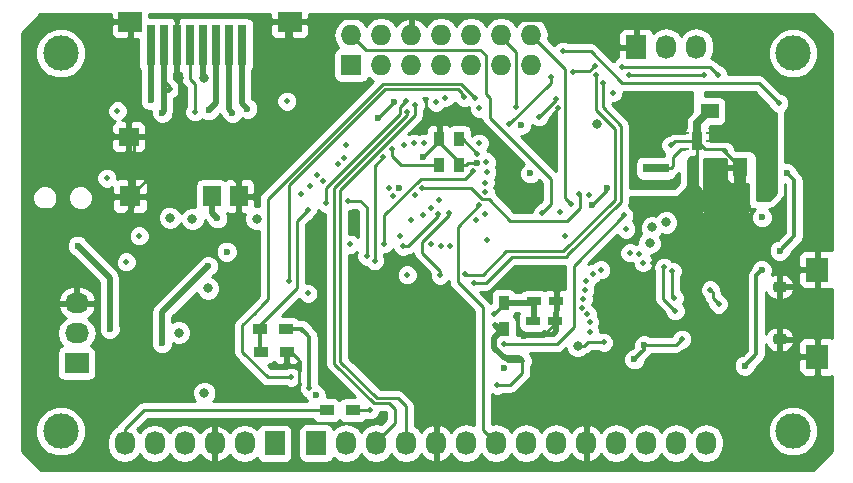
<source format=gbl>
G04 #@! TF.FileFunction,Copper,L4,Bot,Signal*
%FSLAX46Y46*%
G04 Gerber Fmt 4.6, Leading zero omitted, Abs format (unit mm)*
G04 Created by KiCad (PCBNEW 4.0.0-rc1-stable) date 08/11/2015 16:00:56*
%MOMM*%
G01*
G04 APERTURE LIST*
%ADD10C,0.100000*%
%ADD11R,1.250000X1.500000*%
%ADD12R,1.500000X1.250000*%
%ADD13R,1.200000X0.750000*%
%ADD14R,1.727200X2.032000*%
%ADD15O,1.727200X2.032000*%
%ADD16R,1.200000X0.900000*%
%ADD17R,0.900000X1.200000*%
%ADD18R,2.200000X0.800000*%
%ADD19R,1.900000X2.100000*%
%ADD20O,1.300000X1.050000*%
%ADD21R,0.700000X0.250000*%
%ADD22R,0.900000X1.500000*%
%ADD23R,0.800000X3.500000*%
%ADD24R,2.000000X1.700000*%
%ADD25R,1.750000X1.500000*%
%ADD26R,1.800000X1.750000*%
%ADD27R,1.500000X1.750000*%
%ADD28R,1.727200X1.727200*%
%ADD29O,1.727200X1.727200*%
%ADD30C,3.000000*%
%ADD31R,2.032000X1.727200*%
%ADD32O,2.032000X1.727200*%
%ADD33C,0.800000*%
%ADD34C,0.500000*%
%ADD35C,0.600000*%
%ADD36C,0.250000*%
%ADD37C,0.500000*%
%ADD38C,0.700000*%
%ADD39C,1.000000*%
%ADD40C,0.200000*%
%ADD41C,0.300000*%
%ADD42C,0.254000*%
G04 APERTURE END LIST*
D10*
D11*
X181554120Y-91175520D03*
X181554120Y-93675520D03*
D12*
X176448400Y-88905080D03*
X178948400Y-88905080D03*
D13*
X163984900Y-106641900D03*
X165884900Y-106641900D03*
X164050000Y-105000000D03*
X165950000Y-105000000D03*
D14*
X142113000Y-117043200D03*
D15*
X139573000Y-117043200D03*
X137033000Y-117043200D03*
X134493000Y-117043200D03*
X131953000Y-117043200D03*
X129413000Y-117043200D03*
D16*
X146540040Y-114223800D03*
X148740040Y-114223800D03*
D17*
X156032200Y-93444240D03*
X156032200Y-91244240D03*
X157698440Y-91254400D03*
X157698440Y-93454400D03*
D18*
X174376080Y-93746120D03*
X174376080Y-90546120D03*
D17*
X161498280Y-107322800D03*
X161498280Y-105122800D03*
D19*
X188051100Y-109696900D03*
X188051100Y-102316900D03*
D20*
X184871100Y-108231900D03*
X184871100Y-103781900D03*
D14*
X145623280Y-117012720D03*
D15*
X148163280Y-117012720D03*
X150703280Y-117012720D03*
X153243280Y-117012720D03*
X155783280Y-117012720D03*
X158323280Y-117012720D03*
X160863280Y-117012720D03*
X163403280Y-117012720D03*
X165943280Y-117012720D03*
X168483280Y-117012720D03*
X171023280Y-117012720D03*
X173563280Y-117012720D03*
X176103280Y-117012720D03*
X178643280Y-117012720D03*
D16*
X140891080Y-107375960D03*
X143091080Y-107375960D03*
X143121560Y-109275880D03*
X140921560Y-109275880D03*
D21*
X176841440Y-92090000D03*
X176841440Y-91440000D03*
X176841440Y-90790000D03*
X178941440Y-90790000D03*
X178941440Y-91440000D03*
X178941440Y-92090000D03*
D22*
X177891440Y-91440000D03*
D23*
X139326600Y-83328600D03*
X138226600Y-83328600D03*
X137126600Y-83328600D03*
X136026600Y-83328600D03*
X134926600Y-83328600D03*
X133826600Y-83328600D03*
X132726600Y-83328600D03*
X131626600Y-83328600D03*
D24*
X129876600Y-81328600D03*
X143376600Y-81328600D03*
D25*
X129751600Y-91078600D03*
D26*
X129876600Y-96103600D03*
D27*
X139076600Y-96103600D03*
X136776600Y-96103600D03*
D28*
X148584920Y-84993480D03*
D29*
X148584920Y-82453480D03*
X151124920Y-84993480D03*
X151124920Y-82453480D03*
X153664920Y-84993480D03*
X153664920Y-82453480D03*
X156204920Y-84993480D03*
X156204920Y-82453480D03*
X158744920Y-84993480D03*
X158744920Y-82453480D03*
X161284920Y-84993480D03*
X161284920Y-82453480D03*
X163824920Y-84993480D03*
X163824920Y-82453480D03*
D30*
X124000000Y-84000000D03*
X186000000Y-84000000D03*
X186000000Y-116000000D03*
X124000000Y-116000000D03*
D31*
X125349000Y-110236000D03*
D32*
X125349000Y-107696000D03*
X125349000Y-105156000D03*
D14*
X172725080Y-83484720D03*
D15*
X175265080Y-83484720D03*
X177805080Y-83484720D03*
D33*
X169392600Y-89992200D03*
D34*
X170754040Y-87335360D03*
D33*
X173857920Y-100081080D03*
D34*
X162539680Y-88554560D03*
X165933120Y-87889080D03*
X164485320Y-89382600D03*
D35*
X183118760Y-95839280D03*
X183382920Y-97896680D03*
D33*
X175260000Y-98328480D03*
X174061120Y-98755200D03*
D35*
X181142640Y-102001320D03*
D34*
X138089640Y-107045760D03*
X138699240Y-110764320D03*
X129153920Y-97840800D03*
X129987040Y-103591360D03*
D33*
X134035800Y-86136480D03*
D35*
X140558520Y-101848920D03*
D34*
X139197080Y-98049080D03*
X127853440Y-88940640D03*
X145648680Y-97911920D03*
X166110920Y-88661240D03*
X165653720Y-90215720D03*
X169209720Y-85054440D03*
X167350440Y-85603080D03*
X176149000Y-106928920D03*
X178658520Y-105277920D03*
D35*
X181965600Y-97007680D03*
X182270400Y-98389440D03*
D34*
X180177440Y-97251520D03*
X178145440Y-98125280D03*
X180238400Y-92293440D03*
X175666400Y-91785440D03*
X177896520Y-91897200D03*
X177921920Y-90992960D03*
X174157640Y-101803200D03*
D35*
X148681440Y-98308160D03*
X152603200Y-95377000D03*
X154650440Y-92811600D03*
X159288480Y-93304360D03*
X161528760Y-110672880D03*
X163200080Y-107909360D03*
X143052800Y-84531200D03*
X146588480Y-85689440D03*
X168996360Y-96834960D03*
X170261280Y-95443040D03*
D34*
X163245800Y-112760760D03*
X172344080Y-105156000D03*
X173191340Y-106094700D03*
X171521120Y-105994200D03*
X171466340Y-104369700D03*
X169326560Y-81015840D03*
X157540960Y-81051400D03*
X160050480Y-80939640D03*
X162641280Y-80954880D03*
X165709600Y-81158080D03*
X149758400Y-80980280D03*
X152466040Y-80980280D03*
X154934920Y-80995520D03*
X133278880Y-110053120D03*
X146639280Y-112791240D03*
X138699240Y-112806480D03*
X126822200Y-116956840D03*
X121483120Y-113522760D03*
X124612400Y-118745000D03*
X122321320Y-118577360D03*
X121234200Y-116733320D03*
X127406400Y-118943120D03*
X131236720Y-118856760D03*
X135427720Y-118912640D03*
X139700000Y-118943120D03*
X144840960Y-118968520D03*
X149118320Y-118999000D03*
X152079960Y-118999000D03*
X155067000Y-119080280D03*
X158282640Y-119054880D03*
X161772600Y-118948200D03*
X171069000Y-119024400D03*
X176326800Y-118948200D03*
X177495200Y-114909600D03*
X172278040Y-115255040D03*
X162808920Y-114919760D03*
X183642000Y-117922040D03*
X180787040Y-116738400D03*
X183413400Y-115255040D03*
X180670200Y-118872000D03*
X187035440Y-118607840D03*
X188595000Y-117693440D03*
X188823600Y-116128800D03*
X188203840Y-112389920D03*
X187909200Y-107045760D03*
X187871100Y-104856900D03*
X170210480Y-82285840D03*
X171470320Y-81193640D03*
X176077880Y-81335880D03*
X177866040Y-81335880D03*
X182280560Y-81640680D03*
X187589160Y-81473040D03*
X188625480Y-82925920D03*
X121229120Y-85994240D03*
X121147840Y-83169760D03*
X122468640Y-81401920D03*
X125272800Y-81259680D03*
X127142240Y-81909920D03*
X127345440Y-83779360D03*
X126634240Y-85831680D03*
X124256800Y-87030560D03*
X121777760Y-87436960D03*
X121706640Y-94802960D03*
X124165360Y-94747080D03*
X126400560Y-94716600D03*
X121259600Y-97231200D03*
X127238760Y-97175320D03*
X124139960Y-97317560D03*
X127350520Y-114665760D03*
X125394720Y-113212880D03*
X123301760Y-112461040D03*
X121401840Y-111119920D03*
X121706640Y-109108240D03*
X123047760Y-108798360D03*
X123134120Y-107010200D03*
X121594880Y-106034840D03*
X122128280Y-104104440D03*
X128219200Y-112125760D03*
X184607200Y-102067360D03*
X187817760Y-94244160D03*
X186029600Y-101803200D03*
X188849000Y-98938080D03*
X188930280Y-95026480D03*
X188706760Y-89997280D03*
X182702200Y-83596480D03*
X180075840Y-82925920D03*
X179654200Y-84576920D03*
X182366920Y-85303360D03*
X185663840Y-86868000D03*
X188315600Y-87203280D03*
X172379640Y-95219520D03*
X173050200Y-91729560D03*
X173415960Y-95280480D03*
X174665640Y-91790520D03*
X168701720Y-96027240D03*
D35*
X162991800Y-90083640D03*
X163769040Y-94178120D03*
D34*
X148534120Y-100172520D03*
X160776920Y-107005120D03*
X160644840Y-108854240D03*
X166690040Y-99512120D03*
X169722800Y-102331520D03*
X160934400Y-112105440D03*
X175773080Y-102453440D03*
X175955960Y-104734360D03*
X176601120Y-108219240D03*
X169966640Y-108493560D03*
D33*
X167777160Y-108783120D03*
D34*
X163088320Y-110053120D03*
D35*
X152217120Y-88117680D03*
X150860760Y-89474040D03*
D33*
X135148320Y-98044000D03*
X140594080Y-98013520D03*
D35*
X138054080Y-100807520D03*
D33*
X136474200Y-103906320D03*
D34*
X144942560Y-104343200D03*
D35*
X145623280Y-112938560D03*
D33*
X136138920Y-86116160D03*
X134005320Y-107655360D03*
X136154160Y-112765840D03*
X133258560Y-97942400D03*
D35*
X173375320Y-108717080D03*
X172572680Y-109921040D03*
D34*
X160675320Y-106085640D03*
X152704800Y-99486720D03*
X130647440Y-99466400D03*
X159288480Y-92522040D03*
X152008840Y-92105480D03*
X148193760Y-91765120D03*
X153040080Y-91805760D03*
X166502080Y-83840320D03*
X184795160Y-88234520D03*
X179009040Y-104018080D03*
X179694840Y-105262680D03*
X156982160Y-100340160D03*
X173314360Y-101732080D03*
X173004480Y-101036120D03*
X155371800Y-100152200D03*
X172176440Y-100898960D03*
X156204920Y-100350320D03*
X171846240Y-98897440D03*
X159898080Y-97622360D03*
X169042080Y-102666800D03*
X152146000Y-96057720D03*
X168493440Y-103311960D03*
X159415480Y-88676480D03*
X168386760Y-104038400D03*
X159425640Y-91633040D03*
X168244520Y-104820720D03*
X160050480Y-93207840D03*
X168112440Y-105582720D03*
X160065720Y-94071440D03*
X168600120Y-106100880D03*
X159938720Y-94960440D03*
X168777920Y-106786680D03*
X159938720Y-95783400D03*
X168813480Y-107579160D03*
X160101280Y-99816920D03*
X150169880Y-114198400D03*
X151825960Y-95417640D03*
D35*
X125440440Y-100309680D03*
X128137920Y-107330240D03*
X132567680Y-108569760D03*
X136489440Y-102026720D03*
D34*
X153207720Y-88082120D03*
X146466560Y-96707960D03*
X153355040Y-88971120D03*
X154015440Y-88402160D03*
X159451040Y-96890840D03*
X148300440Y-96484440D03*
X149926040Y-101178360D03*
X150571200Y-101574600D03*
X151302720Y-92811600D03*
X153619200Y-98104960D03*
X154645360Y-97723960D03*
X159176720Y-98089720D03*
X128808480Y-88879680D03*
X155366720Y-97068640D03*
X127914400Y-94589600D03*
X156067760Y-96418400D03*
X156880560Y-97551240D03*
X156118560Y-102798880D03*
X171683680Y-97739200D03*
X161559240Y-108645960D03*
X164790120Y-97505520D03*
X166237920Y-97475040D03*
X158892240Y-93985080D03*
X151348440Y-100126800D03*
X155986480Y-97576640D03*
X165506400Y-86045040D03*
X161970720Y-90037920D03*
X152963880Y-100345240D03*
X167172640Y-96784160D03*
D35*
X185486040Y-94137480D03*
X184871360Y-100721160D03*
D34*
X143362680Y-103296720D03*
X158125160Y-87746840D03*
X153344880Y-102758240D03*
X144459960Y-107396280D03*
X145059400Y-112389920D03*
X153964640Y-96027240D03*
X129560320Y-101660960D03*
X146192240Y-94848680D03*
D35*
X136519920Y-88833960D03*
D34*
X133273800Y-87005160D03*
X156570680Y-87762080D03*
D35*
X132603240Y-89047320D03*
D34*
X155803600Y-88173560D03*
D35*
X131627880Y-87985600D03*
D34*
X147949920Y-92847160D03*
D35*
X139801600Y-88696800D03*
D34*
X147472400Y-93416120D03*
D35*
X138541760Y-89042240D03*
X137261600Y-97988120D03*
D34*
X167843200Y-95930720D03*
X154579320Y-95432880D03*
X143134080Y-88056720D03*
X144901920Y-97307400D03*
X159039560Y-87762080D03*
X143530320Y-111434880D03*
X153903680Y-91638120D03*
X145100040Y-95265240D03*
X144338040Y-95890080D03*
X154746960Y-91638120D03*
X179628800Y-85831680D03*
X171556680Y-85145880D03*
X158206440Y-102732840D03*
X169285920Y-85852000D03*
X178445160Y-85831680D03*
X172105320Y-85877400D03*
X159009080Y-103418640D03*
X169880280Y-86547960D03*
X145689320Y-94345760D03*
X135351520Y-88981280D03*
X176016920Y-105826560D03*
X175061880Y-102128320D03*
D35*
X183347360Y-102351840D03*
X181914800Y-110464600D03*
D36*
X178941440Y-91440000D02*
X181289640Y-91440000D01*
X181289640Y-91440000D02*
X181554120Y-91175520D01*
X178941440Y-90790000D02*
X181168600Y-90790000D01*
X181168600Y-90790000D02*
X181554120Y-91175520D01*
X162539680Y-83860640D02*
X162539680Y-88554560D01*
X161284920Y-82605880D02*
X162539680Y-83860640D01*
X165933120Y-87934800D02*
X165933120Y-87889080D01*
X164485320Y-89382600D02*
X165933120Y-87934800D01*
X161284920Y-82453480D02*
X161284920Y-82605880D01*
X179801520Y-100660200D02*
X181142640Y-102001320D01*
X138089640Y-107045760D02*
X138089640Y-110154720D01*
X138089640Y-110154720D02*
X138699240Y-110764320D01*
X129987040Y-103591360D02*
X129987040Y-102753160D01*
X129987040Y-102753160D02*
X130677920Y-102062280D01*
X130677920Y-102062280D02*
X130677920Y-101061520D01*
X130677920Y-101061520D02*
X129153920Y-99537520D01*
X129153920Y-99537520D02*
X129153920Y-97840800D01*
X134035800Y-86136480D02*
X134035800Y-91135200D01*
D37*
X133826600Y-85927280D02*
X134035800Y-86136480D01*
X133826600Y-84328600D02*
X133826600Y-85927280D01*
D36*
X133979200Y-91078600D02*
X130051600Y-91078600D01*
X134035800Y-91135200D02*
X133979200Y-91078600D01*
X130176600Y-95803600D02*
X130176600Y-91203600D01*
X130176600Y-91203600D02*
X130051600Y-91078600D01*
X139076600Y-95803600D02*
X139076600Y-95043160D01*
X132071320Y-93908880D02*
X130176600Y-95803600D01*
X137942320Y-93908880D02*
X132071320Y-93908880D01*
X139076600Y-95043160D02*
X137942320Y-93908880D01*
X139197080Y-98049080D02*
X139197080Y-100487480D01*
X139076600Y-97928600D02*
X139197080Y-98049080D01*
X139076600Y-97928600D02*
X139076600Y-95803600D01*
X139197080Y-100487480D02*
X140558520Y-101848920D01*
X129153920Y-97840800D02*
X127904240Y-97840800D01*
X130176600Y-96818120D02*
X129153920Y-97840800D01*
X127904240Y-97840800D02*
X127238760Y-97175320D01*
X127853440Y-88940640D02*
X127853440Y-87050880D01*
X128711240Y-91078600D02*
X127853440Y-90220800D01*
X127853440Y-90220800D02*
X127853440Y-88940640D01*
X130051600Y-91078600D02*
X128711240Y-91078600D01*
X127853440Y-87050880D02*
X126634240Y-85831680D01*
X130176600Y-95803600D02*
X130176600Y-96818120D01*
X165653720Y-89118440D02*
X166110920Y-88661240D01*
X165653720Y-90215720D02*
X165653720Y-89118440D01*
X168742360Y-85521800D02*
X169209720Y-85054440D01*
X167431720Y-85521800D02*
X168742360Y-85521800D01*
X167350440Y-85603080D02*
X167431720Y-85521800D01*
X178658520Y-105277920D02*
X177800000Y-105277920D01*
X177800000Y-105277920D02*
X176149000Y-106928920D01*
X178658520Y-105277920D02*
X178663600Y-105283000D01*
D38*
X178948400Y-88905080D02*
X178927760Y-88905080D01*
X178927760Y-88905080D02*
X177891440Y-89941400D01*
X177891440Y-89941400D02*
X177891440Y-91440000D01*
D36*
X177891440Y-91440000D02*
X177891440Y-93243400D01*
X181315360Y-98389440D02*
X182270400Y-98389440D01*
X180177440Y-97251520D02*
X181315360Y-98389440D01*
X177860960Y-97840800D02*
X178145440Y-98125280D01*
X177860960Y-93273880D02*
X177860960Y-97840800D01*
X177891440Y-93243400D02*
X177860960Y-93273880D01*
D39*
X181554120Y-93675520D02*
X181554120Y-96596200D01*
X181554120Y-96596200D02*
X181965600Y-97007680D01*
D36*
X180238400Y-92293440D02*
X180238400Y-92359800D01*
X180034960Y-92090000D02*
X180238400Y-92293440D01*
X178941440Y-92090000D02*
X180034960Y-92090000D01*
X180238400Y-92359800D02*
X181554120Y-93675520D01*
X176841440Y-91440000D02*
X176011840Y-91440000D01*
X176011840Y-91440000D02*
X175666400Y-91785440D01*
X178941440Y-92090000D02*
X178541440Y-92090000D01*
X178541440Y-92090000D02*
X177891440Y-91440000D01*
X177896520Y-91897200D02*
X177891440Y-91892120D01*
X177891440Y-91892120D02*
X177891440Y-91440000D01*
X177921920Y-90992960D02*
X177891440Y-91023440D01*
X177891440Y-91023440D02*
X177891440Y-91440000D01*
X176841440Y-91440000D02*
X177891440Y-91440000D01*
X179801520Y-100660200D02*
X179801520Y-99171760D01*
X179801520Y-99171760D02*
X181965600Y-97007680D01*
X174157640Y-101803200D02*
X174157640Y-101706680D01*
X175204120Y-100660200D02*
X179801520Y-100660200D01*
X174157640Y-101706680D02*
X175204120Y-100660200D01*
X154650440Y-92776040D02*
X156032200Y-91394280D01*
X154650440Y-92776040D02*
X154650440Y-92811600D01*
X156032200Y-91244240D02*
X156032200Y-91394280D01*
X157698440Y-93454400D02*
X158315480Y-93454400D01*
X158465520Y-93304360D02*
X159288480Y-93304360D01*
X158315480Y-93454400D02*
X158465520Y-93304360D01*
X157698440Y-93454400D02*
X157698440Y-93218000D01*
X157698440Y-93218000D02*
X156032200Y-91551760D01*
X156032200Y-91551760D02*
X156032200Y-91244240D01*
X165884900Y-106641900D02*
X165884900Y-106870460D01*
X165884900Y-106870460D02*
X164846000Y-107909360D01*
X164846000Y-107909360D02*
X163200080Y-107909360D01*
X165950000Y-105000000D02*
X165950000Y-106576800D01*
X165950000Y-106576800D02*
X165884900Y-106641900D01*
X130176600Y-81328600D02*
X127723560Y-81328600D01*
X127723560Y-81328600D02*
X127142240Y-81909920D01*
X143076600Y-84507400D02*
X143076600Y-81328600D01*
X143052800Y-84531200D02*
X143076600Y-84507400D01*
X146568160Y-85669120D02*
X146568160Y-80980280D01*
X146588480Y-85689440D02*
X146568160Y-85669120D01*
X170261280Y-95443040D02*
X170261280Y-95570040D01*
X170261280Y-95570040D02*
X168996360Y-96834960D01*
X163271200Y-112786160D02*
X163281360Y-112786160D01*
X163245800Y-112760760D02*
X163271200Y-112786160D01*
D40*
X173187360Y-106095800D02*
X173190240Y-106095800D01*
X173190240Y-106095800D02*
X173191340Y-106094700D01*
X171465240Y-104373680D02*
X171465240Y-104370800D01*
X171465240Y-104370800D02*
X171466340Y-104369700D01*
D36*
X169367200Y-81056480D02*
X169387520Y-81056480D01*
X169326560Y-81015840D02*
X169367200Y-81056480D01*
X157540960Y-81051400D02*
X157652720Y-80939640D01*
X157652720Y-80939640D02*
X160050480Y-80939640D01*
X162641280Y-80954880D02*
X162844480Y-81158080D01*
X162844480Y-81158080D02*
X165709600Y-81158080D01*
X146568160Y-80980280D02*
X149758400Y-80980280D01*
X152466040Y-80980280D02*
X152481280Y-80995520D01*
X152481280Y-80995520D02*
X154934920Y-80995520D01*
X146034760Y-80980280D02*
X146568160Y-80980280D01*
X143076600Y-81328600D02*
X145686440Y-81328600D01*
X145686440Y-81328600D02*
X146034760Y-80980280D01*
X133339840Y-110053120D02*
X133339840Y-109992160D01*
X133258560Y-110134400D02*
X133339840Y-110053120D01*
X133258560Y-110073440D02*
X133258560Y-110134400D01*
X133278880Y-110053120D02*
X133258560Y-110073440D01*
X146685000Y-112836960D02*
X146654520Y-112806480D01*
X146639280Y-112791240D02*
X146685000Y-112836960D01*
X143121560Y-109275880D02*
X143504920Y-109275880D01*
X143504920Y-109275880D02*
X144216120Y-109987080D01*
X144216120Y-109987080D02*
X144216120Y-112090200D01*
X144216120Y-112090200D02*
X143499840Y-112806480D01*
X143499840Y-112806480D02*
X138699240Y-112806480D01*
X127406400Y-118943120D02*
X127406400Y-117541040D01*
X127406400Y-117541040D02*
X126822200Y-116956840D01*
X180670200Y-118872000D02*
X176403000Y-118872000D01*
X121483120Y-113522760D02*
X121457720Y-113522760D01*
X127406400Y-118943120D02*
X127208280Y-118745000D01*
X127208280Y-118745000D02*
X124612400Y-118745000D01*
X122321320Y-118577360D02*
X121234200Y-117490240D01*
X121234200Y-117490240D02*
X121234200Y-116733320D01*
X135371840Y-118856760D02*
X131236720Y-118856760D01*
X135427720Y-118912640D02*
X135371840Y-118856760D01*
X144815560Y-118943120D02*
X139700000Y-118943120D01*
X144840960Y-118968520D02*
X144815560Y-118943120D01*
X152079960Y-118999000D02*
X149118320Y-118999000D01*
X158257240Y-119080280D02*
X155067000Y-119080280D01*
X158282640Y-119054880D02*
X158257240Y-119080280D01*
X170992800Y-118948200D02*
X161772600Y-118948200D01*
X171069000Y-119024400D02*
X170992800Y-118948200D01*
X176403000Y-118872000D02*
X176326800Y-118948200D01*
X162778440Y-114889280D02*
X162778440Y-114818160D01*
X177495200Y-114909600D02*
X177149760Y-115255040D01*
X177149760Y-115255040D02*
X172278040Y-115255040D01*
X162808920Y-114919760D02*
X162778440Y-114889280D01*
X180670200Y-118872000D02*
X181620160Y-117922040D01*
X181620160Y-117922040D02*
X183642000Y-117922040D01*
X180787040Y-116738400D02*
X182270400Y-115255040D01*
X182270400Y-115255040D02*
X183413400Y-115255040D01*
X187680600Y-118607840D02*
X187035440Y-118607840D01*
X188595000Y-117693440D02*
X187680600Y-118607840D01*
X188823600Y-113009680D02*
X188823600Y-116128800D01*
X188203840Y-112389920D02*
X188823600Y-113009680D01*
X187878720Y-104851200D02*
X187876800Y-104851200D01*
X187876800Y-104851200D02*
X187871100Y-104856900D01*
X172725080Y-83484720D02*
X171409360Y-83484720D01*
X171409360Y-83484720D02*
X170210480Y-82285840D01*
X171470320Y-81193640D02*
X171612560Y-81335880D01*
X171612560Y-81335880D02*
X176077880Y-81335880D01*
X177866040Y-81335880D02*
X178170840Y-81640680D01*
X178170840Y-81640680D02*
X182280560Y-81640680D01*
X187589160Y-81473040D02*
X188625480Y-82509360D01*
X188625480Y-82509360D02*
X188625480Y-82925920D01*
X121147840Y-82722720D02*
X121147840Y-83169760D01*
X122468640Y-81401920D02*
X121147840Y-82722720D01*
X126492000Y-81259680D02*
X125272800Y-81259680D01*
X127142240Y-81909920D02*
X126492000Y-81259680D01*
X127345440Y-85120480D02*
X127345440Y-83779360D01*
X126634240Y-85831680D02*
X127345440Y-85120480D01*
X122184160Y-87030560D02*
X124256800Y-87030560D01*
X121777760Y-87436960D02*
X122184160Y-87030560D01*
X121706640Y-94802960D02*
X121762520Y-94747080D01*
X121762520Y-94747080D02*
X124165360Y-94747080D01*
X126400560Y-94716600D02*
X127238760Y-95554800D01*
X127238760Y-95554800D02*
X127238760Y-97175320D01*
X124139960Y-97317560D02*
X124053600Y-97231200D01*
X124053600Y-97231200D02*
X121259600Y-97231200D01*
X125349000Y-105156000D02*
X123179840Y-105156000D01*
X126847600Y-114665760D02*
X127350520Y-114665760D01*
X125394720Y-113212880D02*
X126847600Y-114665760D01*
X122742960Y-112461040D02*
X123301760Y-112461040D01*
X121401840Y-111119920D02*
X122742960Y-112461040D01*
X122737880Y-109108240D02*
X121706640Y-109108240D01*
X123047760Y-108798360D02*
X122737880Y-109108240D01*
X122570240Y-107010200D02*
X123134120Y-107010200D01*
X121594880Y-106034840D02*
X122570240Y-107010200D01*
X123179840Y-105156000D02*
X122128280Y-104104440D01*
X129809240Y-113715800D02*
X130479800Y-113715800D01*
X128219200Y-112125760D02*
X129809240Y-113715800D01*
X188600080Y-95026480D02*
X188930280Y-95026480D01*
X187817760Y-94244160D02*
X188600080Y-95026480D01*
X186029600Y-101803200D02*
X185765440Y-102067360D01*
X185765440Y-102067360D02*
X184607200Y-102067360D01*
X188813440Y-98902520D02*
X188813440Y-98856800D01*
X188849000Y-98938080D02*
X188813440Y-98902520D01*
X188930280Y-90220800D02*
X188930280Y-95026480D01*
X188706760Y-89997280D02*
X188930280Y-90220800D01*
X180746400Y-83596480D02*
X182702200Y-83596480D01*
X180075840Y-82925920D02*
X180746400Y-83596480D01*
X181640480Y-84576920D02*
X179654200Y-84576920D01*
X182366920Y-85303360D02*
X181640480Y-84576920D01*
X187980320Y-86868000D02*
X185663840Y-86868000D01*
X188315600Y-87203280D02*
X187980320Y-86868000D01*
X172379640Y-95219520D02*
X173355000Y-95219520D01*
X173034960Y-91729560D02*
X172257720Y-92506800D01*
X172257720Y-92506800D02*
X172257720Y-95097600D01*
X172257720Y-95097600D02*
X172379640Y-95219520D01*
X173050200Y-91729560D02*
X173034960Y-91729560D01*
X173355000Y-95219520D02*
X173415960Y-95280480D01*
X174376080Y-90546120D02*
X174233640Y-90546120D01*
X174233640Y-90546120D02*
X173050200Y-91729560D01*
X173050200Y-91729560D02*
X173034960Y-91744800D01*
X174376080Y-90546120D02*
X174376080Y-91500960D01*
X174376080Y-91500960D02*
X174665640Y-91790520D01*
D37*
X160776920Y-107005120D02*
X161094600Y-107322800D01*
X161094600Y-107322800D02*
X161498280Y-107322800D01*
X161498280Y-107322800D02*
X161434600Y-107322800D01*
X161434600Y-107322800D02*
X160644840Y-108112560D01*
X160644840Y-108112560D02*
X160644840Y-108854240D01*
X160644840Y-108854240D02*
X160797240Y-109006640D01*
D36*
X163088320Y-110053120D02*
X163088320Y-111079280D01*
X162062160Y-112105440D02*
X160934400Y-112105440D01*
X163088320Y-111079280D02*
X162062160Y-112105440D01*
X175773080Y-104551480D02*
X175773080Y-102453440D01*
X175955960Y-104734360D02*
X175773080Y-104551480D01*
X173375320Y-108717080D02*
X176103280Y-108717080D01*
X176103280Y-108717080D02*
X176601120Y-108219240D01*
X176448400Y-88905080D02*
X176448400Y-90396960D01*
X176448400Y-90396960D02*
X176841440Y-90790000D01*
X176448400Y-88905080D02*
X175371760Y-88905080D01*
X174376080Y-89900760D02*
X174376080Y-90546120D01*
X175371760Y-88905080D02*
X174376080Y-89900760D01*
X176841440Y-90790000D02*
X176047640Y-90790000D01*
X176047640Y-90790000D02*
X175803760Y-90546120D01*
X175803760Y-90546120D02*
X174376080Y-90546120D01*
X169966640Y-108493560D02*
X168615360Y-108493560D01*
X168325800Y-108783120D02*
X167777160Y-108783120D01*
X168615360Y-108493560D02*
X168325800Y-108783120D01*
D37*
X160797240Y-109006640D02*
X161579560Y-109788960D01*
X162824160Y-109788960D02*
X163088320Y-110053120D01*
X161579560Y-109788960D02*
X162824160Y-109788960D01*
D36*
X161843720Y-110053120D02*
X163088320Y-110053120D01*
X160797240Y-109006640D02*
X161843720Y-110053120D01*
X152217120Y-88117680D02*
X150860760Y-89474040D01*
X145623280Y-112938560D02*
X145618200Y-112943640D01*
D37*
X136026600Y-84328600D02*
X136026600Y-86003840D01*
X136026600Y-86003840D02*
X136138920Y-86116160D01*
D41*
X173375320Y-109118400D02*
X173375320Y-108717080D01*
X172572680Y-109921040D02*
X173375320Y-109118400D01*
D36*
X160675320Y-106085640D02*
X161498280Y-105262680D01*
D37*
X161498280Y-105122800D02*
X163927200Y-105122800D01*
X163927200Y-105122800D02*
X164050000Y-105000000D01*
D36*
X161498280Y-105262680D02*
X161498280Y-105122800D01*
D37*
X164050000Y-105000000D02*
X164050000Y-106576800D01*
D36*
X164050000Y-106576800D02*
X163984900Y-106641900D01*
X163974600Y-104924600D02*
X164050000Y-105000000D01*
X159288480Y-92522040D02*
X158020840Y-91254400D01*
X158020840Y-91254400D02*
X157698440Y-91254400D01*
X155981400Y-93495040D02*
X155336240Y-93495040D01*
X152008840Y-92105480D02*
X152064720Y-92161360D01*
X152064720Y-92161360D02*
X152064720Y-92710000D01*
X152064720Y-92710000D02*
X152849760Y-93495040D01*
X152849760Y-93495040D02*
X154028320Y-93495040D01*
X154028320Y-93495040D02*
X155336240Y-93495040D01*
X155981400Y-93495040D02*
X156032200Y-93444240D01*
X153045160Y-91800680D02*
X153050240Y-91800680D01*
X153040080Y-91805760D02*
X153045160Y-91800680D01*
X129413000Y-117043200D02*
X129413000Y-115849400D01*
X131038600Y-114223800D02*
X146540040Y-114223800D01*
X129413000Y-115849400D02*
X131038600Y-114223800D01*
X166502080Y-83840320D02*
X168859200Y-83840320D01*
X183088280Y-86527640D02*
X184795160Y-88234520D01*
X171546520Y-86527640D02*
X183088280Y-86527640D01*
X168859200Y-83840320D02*
X171546520Y-86527640D01*
X179191920Y-104200960D02*
X179009040Y-104018080D01*
X179191920Y-104759760D02*
X179191920Y-104200960D01*
X179694840Y-105262680D02*
X179191920Y-104759760D01*
X150144480Y-114223800D02*
X150169880Y-114198400D01*
X150144480Y-114223800D02*
X148740040Y-114223800D01*
D37*
X125440440Y-100309680D02*
X128137920Y-103007160D01*
X128137920Y-103007160D02*
X128137920Y-107330240D01*
D36*
X176841440Y-92090000D02*
X176520080Y-92090000D01*
X176520080Y-92090000D02*
X175818800Y-92791280D01*
X175818800Y-92791280D02*
X175818800Y-93573600D01*
X175818800Y-93573600D02*
X175646280Y-93746120D01*
X175646280Y-93746120D02*
X174376080Y-93746120D01*
D37*
X132567680Y-105948480D02*
X132567680Y-108569760D01*
X136489440Y-102026720D02*
X132567680Y-105948480D01*
D36*
X146466560Y-96707960D02*
X146466560Y-95422720D01*
X152730200Y-88559640D02*
X153207720Y-88082120D01*
X152730200Y-89159080D02*
X152730200Y-88559640D01*
X146466560Y-95422720D02*
X152730200Y-89159080D01*
X147177760Y-95448120D02*
X147177760Y-95422720D01*
X147177760Y-95422720D02*
X153355040Y-89245440D01*
X153355040Y-89245440D02*
X153355040Y-88971120D01*
X147177760Y-110281720D02*
X147177760Y-95448120D01*
X150548762Y-113652722D02*
X147177760Y-110281720D01*
X151836120Y-113652722D02*
X150548762Y-113652722D01*
X152273000Y-114089602D02*
X151836120Y-113652722D01*
X152273000Y-115310920D02*
X152273000Y-114089602D01*
X152273000Y-115310920D02*
X150703280Y-116880640D01*
X150703280Y-117012720D02*
X150703280Y-116880640D01*
X147685760Y-95570040D02*
X147685760Y-95551118D01*
X153243280Y-113888520D02*
X152557480Y-113202720D01*
X152557480Y-113202720D02*
X150774400Y-113202720D01*
X150774400Y-113202720D02*
X147685760Y-110114080D01*
X147685760Y-110114080D02*
X147685760Y-95570040D01*
X153243280Y-117012720D02*
X153243280Y-113888520D01*
X154015440Y-89221438D02*
X154015440Y-88402160D01*
X147685760Y-95551118D02*
X154015440Y-89221438D01*
X157601920Y-103057960D02*
X157601920Y-103378000D01*
X157601920Y-103057960D02*
X157601920Y-98739960D01*
X157601920Y-98739960D02*
X159451040Y-96890840D01*
X159715200Y-115864640D02*
X160863280Y-117012720D01*
X159715200Y-105491280D02*
X159715200Y-115864640D01*
X157601920Y-103378000D02*
X159715200Y-105491280D01*
X149926040Y-101178360D02*
X149926040Y-97058480D01*
X149352000Y-96484440D02*
X148300440Y-96484440D01*
X149926040Y-97058480D02*
X149352000Y-96484440D01*
X150571200Y-101574600D02*
X150571200Y-93543120D01*
X150571200Y-93543120D02*
X151302720Y-92811600D01*
X154645360Y-97723960D02*
X154665680Y-97723960D01*
X156067760Y-96418400D02*
X156067760Y-96423480D01*
X156118560Y-102412800D02*
X154594560Y-100888800D01*
X154594560Y-100888800D02*
X154594560Y-99994720D01*
X154594560Y-99994720D02*
X156880560Y-97708720D01*
X156880560Y-97708720D02*
X156880560Y-97551240D01*
X156118560Y-102798880D02*
X156118560Y-102412800D01*
X165978840Y-108645960D02*
X167436800Y-107188000D01*
X167436800Y-107188000D02*
X167436800Y-101986080D01*
X167436800Y-101986080D02*
X171683680Y-97739200D01*
X161559240Y-108645960D02*
X165978840Y-108645960D01*
X149844760Y-83713320D02*
X148584920Y-82453480D01*
X159517080Y-83713320D02*
X149844760Y-83713320D01*
X159989520Y-84185760D02*
X159517080Y-83713320D01*
X159989520Y-87431880D02*
X159989520Y-84185760D01*
X160350200Y-87792560D02*
X159989520Y-87431880D01*
X160350200Y-89468960D02*
X160350200Y-87792560D01*
X165547040Y-94665800D02*
X160350200Y-89468960D01*
X165547040Y-96748600D02*
X165547040Y-94665800D01*
X164790120Y-97505520D02*
X165547040Y-96748600D01*
X151363680Y-97734120D02*
X154472640Y-94625160D01*
X154472640Y-94625160D02*
X158252160Y-94625160D01*
X158252160Y-94625160D02*
X158892240Y-93985080D01*
X151348440Y-100126800D02*
X151348440Y-97734120D01*
X151348440Y-97734120D02*
X151363680Y-97734120D01*
X155986480Y-97576640D02*
X155986480Y-97774760D01*
X165506400Y-86045040D02*
X165506400Y-86502240D01*
X165506400Y-86502240D02*
X161970720Y-90037920D01*
X153416000Y-100345240D02*
X152963880Y-100345240D01*
X155986480Y-97774760D02*
X153416000Y-100345240D01*
X166690040Y-85318600D02*
X163824920Y-82453480D01*
X166690040Y-96301560D02*
X166690040Y-85318600D01*
X167172640Y-96784160D02*
X166690040Y-96301560D01*
D41*
X186110880Y-94762320D02*
X185486040Y-94137480D01*
X186110880Y-99481640D02*
X186110880Y-94762320D01*
X184871360Y-100721160D02*
X186110880Y-99481640D01*
D36*
X143362680Y-95154878D02*
X143362680Y-103296720D01*
X151453556Y-87064002D02*
X143362680Y-95154878D01*
X157665842Y-87064002D02*
X151453556Y-87064002D01*
X157946661Y-87344821D02*
X157665842Y-87064002D01*
X157946661Y-87568341D02*
X157946661Y-87344821D01*
X158125160Y-87746840D02*
X157946661Y-87568341D01*
D41*
X143091080Y-107375960D02*
X144439640Y-107375960D01*
X145059400Y-107995720D02*
X145059400Y-112389920D01*
X144439640Y-107375960D02*
X145059400Y-107995720D01*
D37*
X137126600Y-88227280D02*
X137126600Y-84328600D01*
X136519920Y-88833960D02*
X137126600Y-88227280D01*
D36*
X133273800Y-87005160D02*
X133273800Y-86888320D01*
X133273800Y-86888320D02*
X132726600Y-86341120D01*
X133055360Y-87223600D02*
X133273800Y-87005160D01*
X132726600Y-87223600D02*
X133055360Y-87223600D01*
D37*
X132726600Y-88923960D02*
X132726600Y-87223600D01*
X132726600Y-87223600D02*
X132726600Y-86341120D01*
X132726600Y-86341120D02*
X132726600Y-84328600D01*
X132603240Y-89047320D02*
X132726600Y-88923960D01*
X131626600Y-87984320D02*
X131626600Y-84328600D01*
X131627880Y-87985600D02*
X131626600Y-87984320D01*
X139326600Y-88221800D02*
X139326600Y-84328600D01*
X139801600Y-88696800D02*
X139326600Y-88221800D01*
X138226600Y-88727080D02*
X138226600Y-84328600D01*
X138541760Y-89042240D02*
X138226600Y-88727080D01*
X137261600Y-97988120D02*
X136776600Y-97503120D01*
X136776600Y-97503120D02*
X136776600Y-95803600D01*
D36*
X167843200Y-95930720D02*
X168005760Y-96093280D01*
X168005760Y-96093280D02*
X168005760Y-97094040D01*
X168005760Y-97094040D02*
X166893240Y-98206560D01*
X166893240Y-98206560D02*
X162077400Y-98206560D01*
X162077400Y-98206560D02*
X160233360Y-96362520D01*
X160233360Y-96362520D02*
X159689800Y-96362520D01*
X159689800Y-96362520D02*
X158760160Y-95432880D01*
X158760160Y-95432880D02*
X154579320Y-95432880D01*
X144028160Y-103901240D02*
X140891080Y-107038320D01*
X144028160Y-98181160D02*
X144028160Y-103901240D01*
X144901920Y-97307400D02*
X144028160Y-98181160D01*
X140891080Y-107038320D02*
X140891080Y-107375960D01*
D41*
X140891080Y-107375960D02*
X140891080Y-109245400D01*
X140891080Y-109245400D02*
X140921560Y-109275880D01*
D36*
X140411200Y-105968800D02*
X141051280Y-105328720D01*
X159039560Y-87762080D02*
X157891480Y-86614000D01*
X157891480Y-86614000D02*
X151267160Y-86614000D01*
X151267160Y-86614000D02*
X143555720Y-94325440D01*
X141533880Y-96347280D02*
X143555720Y-94325440D01*
X141533880Y-104846120D02*
X141533880Y-96347280D01*
X141051280Y-105328720D02*
X141533880Y-104846120D01*
X141518640Y-111434880D02*
X143530320Y-111434880D01*
X139354560Y-109270800D02*
X141518640Y-111434880D01*
X139354560Y-107025440D02*
X139354560Y-109270800D01*
X140411200Y-105968800D02*
X139354560Y-107025440D01*
X145100040Y-95265240D02*
X145069560Y-95295720D01*
X178958240Y-85161120D02*
X179628800Y-85831680D01*
X171571920Y-85161120D02*
X178958240Y-85161120D01*
X171556680Y-85145880D02*
X171571920Y-85161120D01*
X166519882Y-100779558D02*
X166519882Y-100769398D01*
X159758380Y-102760780D02*
X161739602Y-100779558D01*
X161739602Y-100779558D02*
X166519882Y-100779558D01*
X158206440Y-102732840D02*
X158234380Y-102760780D01*
X158234380Y-102760780D02*
X159758380Y-102760780D01*
X169285920Y-88778080D02*
X169285920Y-85852000D01*
X170891200Y-90383360D02*
X169285920Y-88778080D01*
X170891200Y-96398080D02*
X170891200Y-90383360D01*
X166519882Y-100769398D02*
X170891200Y-96398080D01*
X172151040Y-85831680D02*
X178445160Y-85831680D01*
X172105320Y-85877400D02*
X172151040Y-85831680D01*
X166888160Y-101254560D02*
X166888160Y-101117400D01*
X166888160Y-101254560D02*
X162168840Y-101254560D01*
X162168840Y-101254560D02*
X160002220Y-103421180D01*
X159009080Y-103418640D02*
X159011620Y-103421180D01*
X159011620Y-103421180D02*
X160002220Y-103421180D01*
X169880280Y-88590120D02*
X169880280Y-86547960D01*
X171419520Y-90129360D02*
X169880280Y-88590120D01*
X171419520Y-96586040D02*
X171419520Y-90129360D01*
X166888160Y-101117400D02*
X171419520Y-96586040D01*
X145689320Y-94345760D02*
X145674080Y-94345760D01*
X135351520Y-88981280D02*
X135351520Y-86583520D01*
X135351520Y-86583520D02*
X134926600Y-86158600D01*
X134926600Y-86158600D02*
X134926600Y-84328600D01*
X174985680Y-104795320D02*
X176016920Y-105826560D01*
X174985680Y-102204520D02*
X174985680Y-104795320D01*
X175061880Y-102128320D02*
X174985680Y-102204520D01*
D41*
X182895240Y-102803960D02*
X183347360Y-102351840D01*
X182895240Y-109484160D02*
X182895240Y-102803960D01*
X181914800Y-110464600D02*
X182895240Y-109484160D01*
D42*
G36*
X128241600Y-81042850D02*
X128400350Y-81201600D01*
X129749600Y-81201600D01*
X129749600Y-81181600D01*
X130003600Y-81181600D01*
X130003600Y-81201600D01*
X130023600Y-81201600D01*
X130023600Y-81455600D01*
X130003600Y-81455600D01*
X130003600Y-82654850D01*
X130162350Y-82813600D01*
X130579160Y-82813600D01*
X130579160Y-85078600D01*
X130623438Y-85313917D01*
X130741600Y-85497546D01*
X130741600Y-87681861D01*
X130693042Y-87798801D01*
X130692718Y-88170767D01*
X130834763Y-88514543D01*
X131097553Y-88777792D01*
X131441081Y-88920438D01*
X131668350Y-88920636D01*
X131668078Y-89232487D01*
X131810123Y-89576263D01*
X132072913Y-89839512D01*
X132416441Y-89982158D01*
X132788407Y-89982482D01*
X133132183Y-89840437D01*
X133395432Y-89577647D01*
X133496694Y-89333783D01*
X133544233Y-89262635D01*
X133611600Y-88923960D01*
X133611600Y-87823155D01*
X133774457Y-87755864D01*
X134023629Y-87507127D01*
X134158646Y-87181970D01*
X134158953Y-86829895D01*
X134024504Y-86504503D01*
X133775767Y-86255331D01*
X133672898Y-86212616D01*
X133611600Y-86151318D01*
X133611600Y-85642850D01*
X133699600Y-85554850D01*
X133699600Y-85364782D01*
X133723031Y-85330490D01*
X133774040Y-85078600D01*
X133774040Y-81578600D01*
X133879160Y-81578600D01*
X133879160Y-85078600D01*
X133923438Y-85313917D01*
X133953600Y-85360790D01*
X133953600Y-85554850D01*
X134112350Y-85713600D01*
X134166600Y-85713600D01*
X134166600Y-86158600D01*
X134224452Y-86449439D01*
X134389199Y-86696001D01*
X134591520Y-86898322D01*
X134591520Y-88503807D01*
X134466674Y-88804470D01*
X134466367Y-89156545D01*
X134600816Y-89481937D01*
X134849553Y-89731109D01*
X135174710Y-89866126D01*
X135526785Y-89866433D01*
X135852177Y-89731984D01*
X135973921Y-89610453D01*
X135989593Y-89626152D01*
X136333121Y-89768798D01*
X136705087Y-89769122D01*
X137048863Y-89627077D01*
X137312112Y-89364287D01*
X137362486Y-89242974D01*
X137461333Y-89144127D01*
X137560317Y-89292268D01*
X137600810Y-89352870D01*
X137699016Y-89451075D01*
X137748643Y-89571183D01*
X138011433Y-89834432D01*
X138354961Y-89977078D01*
X138726927Y-89977402D01*
X139070703Y-89835357D01*
X139333952Y-89572567D01*
X139354334Y-89523482D01*
X139614801Y-89631638D01*
X139986767Y-89631962D01*
X140330543Y-89489917D01*
X140593792Y-89227127D01*
X140736438Y-88883599D01*
X140736762Y-88511633D01*
X140621215Y-88231985D01*
X142248927Y-88231985D01*
X142383376Y-88557377D01*
X142632113Y-88806549D01*
X142957270Y-88941566D01*
X143309345Y-88941873D01*
X143634737Y-88807424D01*
X143883909Y-88558687D01*
X144018926Y-88233530D01*
X144019233Y-87881455D01*
X143884784Y-87556063D01*
X143636047Y-87306891D01*
X143310890Y-87171874D01*
X142958815Y-87171567D01*
X142633423Y-87306016D01*
X142384251Y-87554753D01*
X142249234Y-87879910D01*
X142248927Y-88231985D01*
X140621215Y-88231985D01*
X140594717Y-88167857D01*
X140331927Y-87904608D01*
X140211600Y-87854644D01*
X140211600Y-85493575D01*
X140323031Y-85330490D01*
X140374040Y-85078600D01*
X140374040Y-81614350D01*
X141741600Y-81614350D01*
X141741600Y-82304910D01*
X141838273Y-82538299D01*
X142016902Y-82716927D01*
X142250291Y-82813600D01*
X143090850Y-82813600D01*
X143249600Y-82654850D01*
X143249600Y-81455600D01*
X143503600Y-81455600D01*
X143503600Y-82654850D01*
X143662350Y-82813600D01*
X144502909Y-82813600D01*
X144736298Y-82716927D01*
X144914927Y-82538299D01*
X145011600Y-82304910D01*
X145011600Y-81614350D01*
X144852850Y-81455600D01*
X143503600Y-81455600D01*
X143249600Y-81455600D01*
X141900350Y-81455600D01*
X141741600Y-81614350D01*
X140374040Y-81614350D01*
X140374040Y-81578600D01*
X140329762Y-81343283D01*
X140190690Y-81127159D01*
X139978490Y-80982169D01*
X139726600Y-80931160D01*
X138926600Y-80931160D01*
X138771093Y-80960421D01*
X138626600Y-80931160D01*
X137826600Y-80931160D01*
X137671093Y-80960421D01*
X137526600Y-80931160D01*
X136726600Y-80931160D01*
X136571093Y-80960421D01*
X136426600Y-80931160D01*
X135626600Y-80931160D01*
X135471093Y-80960421D01*
X135326600Y-80931160D01*
X134526600Y-80931160D01*
X134386513Y-80957519D01*
X134352909Y-80943600D01*
X134112350Y-80943600D01*
X133953600Y-81102350D01*
X133953600Y-81292418D01*
X133930169Y-81326710D01*
X133879160Y-81578600D01*
X133774040Y-81578600D01*
X133729762Y-81343283D01*
X133699600Y-81296410D01*
X133699600Y-81102350D01*
X133540850Y-80943600D01*
X133300291Y-80943600D01*
X133263429Y-80958869D01*
X133126600Y-80931160D01*
X132326600Y-80931160D01*
X132171093Y-80960421D01*
X132026600Y-80931160D01*
X131511600Y-80931160D01*
X131511600Y-80710000D01*
X141741600Y-80710000D01*
X141741600Y-81042850D01*
X141900350Y-81201600D01*
X143249600Y-81201600D01*
X143249600Y-81181600D01*
X143503600Y-81181600D01*
X143503600Y-81201600D01*
X144852850Y-81201600D01*
X145011600Y-81042850D01*
X145011600Y-80710000D01*
X187711788Y-80710000D01*
X189290000Y-82288212D01*
X189290000Y-100699247D01*
X189127409Y-100631900D01*
X188336850Y-100631900D01*
X188178100Y-100790650D01*
X188178100Y-102189900D01*
X188198100Y-102189900D01*
X188198100Y-102443900D01*
X188178100Y-102443900D01*
X188178100Y-103843150D01*
X188336850Y-104001900D01*
X189127409Y-104001900D01*
X189290000Y-103934553D01*
X189290000Y-108079247D01*
X189127409Y-108011900D01*
X188336850Y-108011900D01*
X188178100Y-108170650D01*
X188178100Y-109569900D01*
X188198100Y-109569900D01*
X188198100Y-109823900D01*
X188178100Y-109823900D01*
X188178100Y-111223150D01*
X188336850Y-111381900D01*
X189127409Y-111381900D01*
X189290000Y-111314553D01*
X189290000Y-117721548D01*
X187721548Y-119290000D01*
X122290531Y-119290000D01*
X120710000Y-117709468D01*
X120710000Y-116422815D01*
X121864630Y-116422815D01*
X122188980Y-117207800D01*
X122789041Y-117808909D01*
X123573459Y-118134628D01*
X124422815Y-118135370D01*
X125207800Y-117811020D01*
X125808909Y-117210959D01*
X125955281Y-116858455D01*
X127914400Y-116858455D01*
X127914400Y-117227945D01*
X128028474Y-117801434D01*
X128353330Y-118287615D01*
X128839511Y-118612471D01*
X129413000Y-118726545D01*
X129986489Y-118612471D01*
X130472670Y-118287615D01*
X130683000Y-117972834D01*
X130893330Y-118287615D01*
X131379511Y-118612471D01*
X131953000Y-118726545D01*
X132526489Y-118612471D01*
X133012670Y-118287615D01*
X133223000Y-117972834D01*
X133433330Y-118287615D01*
X133919511Y-118612471D01*
X134493000Y-118726545D01*
X135066489Y-118612471D01*
X135552670Y-118287615D01*
X135759461Y-117978131D01*
X136130964Y-118393932D01*
X136658209Y-118647909D01*
X136673974Y-118650558D01*
X136906000Y-118529417D01*
X136906000Y-117170200D01*
X136886000Y-117170200D01*
X136886000Y-116916200D01*
X136906000Y-116916200D01*
X136906000Y-115556983D01*
X137160000Y-115556983D01*
X137160000Y-116916200D01*
X137180000Y-116916200D01*
X137180000Y-117170200D01*
X137160000Y-117170200D01*
X137160000Y-118529417D01*
X137392026Y-118650558D01*
X137407791Y-118647909D01*
X137935036Y-118393932D01*
X138306539Y-117978131D01*
X138513330Y-118287615D01*
X138999511Y-118612471D01*
X139573000Y-118726545D01*
X140146489Y-118612471D01*
X140632670Y-118287615D01*
X140642243Y-118273287D01*
X140646238Y-118294517D01*
X140785310Y-118510641D01*
X140997510Y-118655631D01*
X141249400Y-118706640D01*
X142976600Y-118706640D01*
X143211917Y-118662362D01*
X143428041Y-118523290D01*
X143573031Y-118311090D01*
X143624040Y-118059200D01*
X143624040Y-116027200D01*
X143579762Y-115791883D01*
X143440690Y-115575759D01*
X143228490Y-115430769D01*
X142976600Y-115379760D01*
X141249400Y-115379760D01*
X141014083Y-115424038D01*
X140797959Y-115563110D01*
X140652969Y-115775310D01*
X140644600Y-115816639D01*
X140632670Y-115798785D01*
X140146489Y-115473929D01*
X139573000Y-115359855D01*
X138999511Y-115473929D01*
X138513330Y-115798785D01*
X138306539Y-116108269D01*
X137935036Y-115692468D01*
X137407791Y-115438491D01*
X137392026Y-115435842D01*
X137160000Y-115556983D01*
X136906000Y-115556983D01*
X136673974Y-115435842D01*
X136658209Y-115438491D01*
X136130964Y-115692468D01*
X135759461Y-116108269D01*
X135552670Y-115798785D01*
X135066489Y-115473929D01*
X134493000Y-115359855D01*
X133919511Y-115473929D01*
X133433330Y-115798785D01*
X133223000Y-116113566D01*
X133012670Y-115798785D01*
X132526489Y-115473929D01*
X131953000Y-115359855D01*
X131379511Y-115473929D01*
X130893330Y-115798785D01*
X130683000Y-116113566D01*
X130499005Y-115838197D01*
X131353402Y-114983800D01*
X145384935Y-114983800D01*
X145475950Y-115125241D01*
X145688150Y-115270231D01*
X145940040Y-115321240D01*
X147140040Y-115321240D01*
X147375357Y-115276962D01*
X147591481Y-115137890D01*
X147639174Y-115068089D01*
X147675950Y-115125241D01*
X147888150Y-115270231D01*
X148140040Y-115321240D01*
X149340040Y-115321240D01*
X149575357Y-115276962D01*
X149791481Y-115137890D01*
X149865120Y-115030116D01*
X149993070Y-115083246D01*
X150345145Y-115083553D01*
X150670537Y-114949104D01*
X150919709Y-114700367D01*
X151039150Y-114412722D01*
X151513000Y-114412722D01*
X151513000Y-114996118D01*
X151100693Y-115408425D01*
X150703280Y-115329375D01*
X150129791Y-115443449D01*
X149643610Y-115768305D01*
X149433280Y-116083086D01*
X149222950Y-115768305D01*
X148736769Y-115443449D01*
X148163280Y-115329375D01*
X147589791Y-115443449D01*
X147103610Y-115768305D01*
X147094037Y-115782633D01*
X147090042Y-115761403D01*
X146950970Y-115545279D01*
X146738770Y-115400289D01*
X146486880Y-115349280D01*
X144759680Y-115349280D01*
X144524363Y-115393558D01*
X144308239Y-115532630D01*
X144163249Y-115744830D01*
X144112240Y-115996720D01*
X144112240Y-118028720D01*
X144156518Y-118264037D01*
X144295590Y-118480161D01*
X144507790Y-118625151D01*
X144759680Y-118676160D01*
X146486880Y-118676160D01*
X146722197Y-118631882D01*
X146938321Y-118492810D01*
X147083311Y-118280610D01*
X147091680Y-118239281D01*
X147103610Y-118257135D01*
X147589791Y-118581991D01*
X148163280Y-118696065D01*
X148736769Y-118581991D01*
X149222950Y-118257135D01*
X149433280Y-117942354D01*
X149643610Y-118257135D01*
X150129791Y-118581991D01*
X150703280Y-118696065D01*
X151276769Y-118581991D01*
X151762950Y-118257135D01*
X151973280Y-117942354D01*
X152183610Y-118257135D01*
X152669791Y-118581991D01*
X153243280Y-118696065D01*
X153816769Y-118581991D01*
X154302950Y-118257135D01*
X154509741Y-117947651D01*
X154881244Y-118363452D01*
X155408489Y-118617429D01*
X155424254Y-118620078D01*
X155656280Y-118498937D01*
X155656280Y-117139720D01*
X155636280Y-117139720D01*
X155636280Y-116885720D01*
X155656280Y-116885720D01*
X155656280Y-115526503D01*
X155424254Y-115405362D01*
X155408489Y-115408011D01*
X154881244Y-115661988D01*
X154509741Y-116077789D01*
X154302950Y-115768305D01*
X154003280Y-115568072D01*
X154003280Y-113888520D01*
X153945428Y-113597681D01*
X153780681Y-113351119D01*
X153094881Y-112665319D01*
X152848319Y-112500572D01*
X152557480Y-112442720D01*
X151089202Y-112442720D01*
X148445760Y-109799278D01*
X148445760Y-102933505D01*
X152459727Y-102933505D01*
X152594176Y-103258897D01*
X152842913Y-103508069D01*
X153168070Y-103643086D01*
X153520145Y-103643393D01*
X153845537Y-103508944D01*
X154094709Y-103260207D01*
X154229726Y-102935050D01*
X154230033Y-102582975D01*
X154095584Y-102257583D01*
X153846847Y-102008411D01*
X153521690Y-101873394D01*
X153169615Y-101873087D01*
X152844223Y-102007536D01*
X152595051Y-102256273D01*
X152460034Y-102581430D01*
X152459727Y-102933505D01*
X148445760Y-102933505D01*
X148445760Y-101057443D01*
X148709385Y-101057673D01*
X149034777Y-100923224D01*
X149101287Y-100856830D01*
X149041194Y-101001550D01*
X149040887Y-101353625D01*
X149175336Y-101679017D01*
X149424073Y-101928189D01*
X149749230Y-102063206D01*
X149815541Y-102063264D01*
X149820496Y-102075257D01*
X150069233Y-102324429D01*
X150394390Y-102459446D01*
X150746465Y-102459753D01*
X151071857Y-102325304D01*
X151321029Y-102076567D01*
X151456046Y-101751410D01*
X151456353Y-101399335D01*
X151331200Y-101096441D01*
X151331200Y-101011785D01*
X151523705Y-101011953D01*
X151849097Y-100877504D01*
X152098269Y-100628767D01*
X152110896Y-100598359D01*
X152213176Y-100845897D01*
X152461913Y-101095069D01*
X152787070Y-101230086D01*
X153139145Y-101230393D01*
X153464537Y-101095944D01*
X153464986Y-101095496D01*
X153706839Y-101047388D01*
X153847421Y-100953455D01*
X153892412Y-101179639D01*
X154057159Y-101426201D01*
X155239381Y-102608423D01*
X155233714Y-102622070D01*
X155233407Y-102974145D01*
X155367856Y-103299537D01*
X155616593Y-103548709D01*
X155941750Y-103683726D01*
X156293825Y-103684033D01*
X156619217Y-103549584D01*
X156841920Y-103327270D01*
X156841920Y-103378000D01*
X156899772Y-103668839D01*
X157064519Y-103915401D01*
X158955200Y-105806082D01*
X158955200Y-115482491D01*
X158896769Y-115443449D01*
X158323280Y-115329375D01*
X157749791Y-115443449D01*
X157263610Y-115768305D01*
X157056819Y-116077789D01*
X156685316Y-115661988D01*
X156158071Y-115408011D01*
X156142306Y-115405362D01*
X155910280Y-115526503D01*
X155910280Y-116885720D01*
X155930280Y-116885720D01*
X155930280Y-117139720D01*
X155910280Y-117139720D01*
X155910280Y-118498937D01*
X156142306Y-118620078D01*
X156158071Y-118617429D01*
X156685316Y-118363452D01*
X157056819Y-117947651D01*
X157263610Y-118257135D01*
X157749791Y-118581991D01*
X158323280Y-118696065D01*
X158896769Y-118581991D01*
X159382950Y-118257135D01*
X159593280Y-117942354D01*
X159803610Y-118257135D01*
X160289791Y-118581991D01*
X160863280Y-118696065D01*
X161436769Y-118581991D01*
X161922950Y-118257135D01*
X162133280Y-117942354D01*
X162343610Y-118257135D01*
X162829791Y-118581991D01*
X163403280Y-118696065D01*
X163976769Y-118581991D01*
X164462950Y-118257135D01*
X164673280Y-117942354D01*
X164883610Y-118257135D01*
X165369791Y-118581991D01*
X165943280Y-118696065D01*
X166516769Y-118581991D01*
X167002950Y-118257135D01*
X167209741Y-117947651D01*
X167581244Y-118363452D01*
X168108489Y-118617429D01*
X168124254Y-118620078D01*
X168356280Y-118498937D01*
X168356280Y-117139720D01*
X168336280Y-117139720D01*
X168336280Y-116885720D01*
X168356280Y-116885720D01*
X168356280Y-115526503D01*
X168610280Y-115526503D01*
X168610280Y-116885720D01*
X168630280Y-116885720D01*
X168630280Y-117139720D01*
X168610280Y-117139720D01*
X168610280Y-118498937D01*
X168842306Y-118620078D01*
X168858071Y-118617429D01*
X169385316Y-118363452D01*
X169756819Y-117947651D01*
X169963610Y-118257135D01*
X170449791Y-118581991D01*
X171023280Y-118696065D01*
X171596769Y-118581991D01*
X172082950Y-118257135D01*
X172293280Y-117942354D01*
X172503610Y-118257135D01*
X172989791Y-118581991D01*
X173563280Y-118696065D01*
X174136769Y-118581991D01*
X174622950Y-118257135D01*
X174833280Y-117942354D01*
X175043610Y-118257135D01*
X175529791Y-118581991D01*
X176103280Y-118696065D01*
X176676769Y-118581991D01*
X177162950Y-118257135D01*
X177373280Y-117942354D01*
X177583610Y-118257135D01*
X178069791Y-118581991D01*
X178643280Y-118696065D01*
X179216769Y-118581991D01*
X179702950Y-118257135D01*
X180027806Y-117770954D01*
X180141880Y-117197465D01*
X180141880Y-116827975D01*
X180061289Y-116422815D01*
X183864630Y-116422815D01*
X184188980Y-117207800D01*
X184789041Y-117808909D01*
X185573459Y-118134628D01*
X186422815Y-118135370D01*
X187207800Y-117811020D01*
X187808909Y-117210959D01*
X188134628Y-116426541D01*
X188135370Y-115577185D01*
X187811020Y-114792200D01*
X187210959Y-114191091D01*
X186426541Y-113865372D01*
X185577185Y-113864630D01*
X184792200Y-114188980D01*
X184191091Y-114789041D01*
X183865372Y-115573459D01*
X183864630Y-116422815D01*
X180061289Y-116422815D01*
X180027806Y-116254486D01*
X179702950Y-115768305D01*
X179216769Y-115443449D01*
X178643280Y-115329375D01*
X178069791Y-115443449D01*
X177583610Y-115768305D01*
X177373280Y-116083086D01*
X177162950Y-115768305D01*
X176676769Y-115443449D01*
X176103280Y-115329375D01*
X175529791Y-115443449D01*
X175043610Y-115768305D01*
X174833280Y-116083086D01*
X174622950Y-115768305D01*
X174136769Y-115443449D01*
X173563280Y-115329375D01*
X172989791Y-115443449D01*
X172503610Y-115768305D01*
X172293280Y-116083086D01*
X172082950Y-115768305D01*
X171596769Y-115443449D01*
X171023280Y-115329375D01*
X170449791Y-115443449D01*
X169963610Y-115768305D01*
X169756819Y-116077789D01*
X169385316Y-115661988D01*
X168858071Y-115408011D01*
X168842306Y-115405362D01*
X168610280Y-115526503D01*
X168356280Y-115526503D01*
X168124254Y-115405362D01*
X168108489Y-115408011D01*
X167581244Y-115661988D01*
X167209741Y-116077789D01*
X167002950Y-115768305D01*
X166516769Y-115443449D01*
X165943280Y-115329375D01*
X165369791Y-115443449D01*
X164883610Y-115768305D01*
X164673280Y-116083086D01*
X164462950Y-115768305D01*
X163976769Y-115443449D01*
X163403280Y-115329375D01*
X162829791Y-115443449D01*
X162343610Y-115768305D01*
X162133280Y-116083086D01*
X161922950Y-115768305D01*
X161436769Y-115443449D01*
X160863280Y-115329375D01*
X160475200Y-115406569D01*
X160475200Y-112873027D01*
X160757590Y-112990286D01*
X161109665Y-112990593D01*
X161412559Y-112865440D01*
X162062160Y-112865440D01*
X162352999Y-112807588D01*
X162599561Y-112642841D01*
X163625721Y-111616681D01*
X163790468Y-111370120D01*
X163848320Y-111079280D01*
X163848320Y-110530593D01*
X163973166Y-110229930D01*
X163973273Y-110106207D01*
X171637518Y-110106207D01*
X171779563Y-110449983D01*
X172042353Y-110713232D01*
X172385881Y-110855878D01*
X172757847Y-110856202D01*
X173101623Y-110714157D01*
X173166125Y-110649767D01*
X180979638Y-110649767D01*
X181121683Y-110993543D01*
X181384473Y-111256792D01*
X181728001Y-111399438D01*
X182099967Y-111399762D01*
X182443743Y-111257717D01*
X182706992Y-110994927D01*
X182849638Y-110651399D01*
X182849648Y-110639910D01*
X183450319Y-110039239D01*
X183488130Y-109982650D01*
X186466100Y-109982650D01*
X186466100Y-110873210D01*
X186562773Y-111106599D01*
X186741402Y-111285227D01*
X186974791Y-111381900D01*
X187765350Y-111381900D01*
X187924100Y-111223150D01*
X187924100Y-109823900D01*
X186624850Y-109823900D01*
X186466100Y-109982650D01*
X183488130Y-109982650D01*
X183620485Y-109784566D01*
X183680241Y-109484160D01*
X183680240Y-109484155D01*
X183680240Y-108648507D01*
X183806553Y-108912049D01*
X184138354Y-109219825D01*
X184562678Y-109377198D01*
X184744100Y-109233041D01*
X184744100Y-108358900D01*
X184998100Y-108358900D01*
X184998100Y-109233041D01*
X185179522Y-109377198D01*
X185603846Y-109219825D01*
X185935647Y-108912049D01*
X186115064Y-108537710D01*
X186103020Y-108520590D01*
X186466100Y-108520590D01*
X186466100Y-109411150D01*
X186624850Y-109569900D01*
X187924100Y-109569900D01*
X187924100Y-108170650D01*
X187765350Y-108011900D01*
X186974791Y-108011900D01*
X186741402Y-108108573D01*
X186562773Y-108287201D01*
X186466100Y-108520590D01*
X186103020Y-108520590D01*
X185989263Y-108358900D01*
X184998100Y-108358900D01*
X184744100Y-108358900D01*
X184724100Y-108358900D01*
X184724100Y-108104900D01*
X184744100Y-108104900D01*
X184744100Y-107230759D01*
X184998100Y-107230759D01*
X184998100Y-108104900D01*
X185989263Y-108104900D01*
X186115064Y-107926090D01*
X185935647Y-107551751D01*
X185603846Y-107243975D01*
X185179522Y-107086602D01*
X184998100Y-107230759D01*
X184744100Y-107230759D01*
X184562678Y-107086602D01*
X184138354Y-107243975D01*
X183806553Y-107551751D01*
X183680240Y-107815293D01*
X183680240Y-104198507D01*
X183806553Y-104462049D01*
X184138354Y-104769825D01*
X184562678Y-104927198D01*
X184744100Y-104783041D01*
X184744100Y-103908900D01*
X184998100Y-103908900D01*
X184998100Y-104783041D01*
X185179522Y-104927198D01*
X185603846Y-104769825D01*
X185935647Y-104462049D01*
X186115064Y-104087710D01*
X185989263Y-103908900D01*
X184998100Y-103908900D01*
X184744100Y-103908900D01*
X184724100Y-103908900D01*
X184724100Y-103654900D01*
X184744100Y-103654900D01*
X184744100Y-102780759D01*
X184998100Y-102780759D01*
X184998100Y-103654900D01*
X185989263Y-103654900D01*
X186115064Y-103476090D01*
X185935647Y-103101751D01*
X185603846Y-102793975D01*
X185179522Y-102636602D01*
X184998100Y-102780759D01*
X184744100Y-102780759D01*
X184562678Y-102636602D01*
X184183057Y-102777396D01*
X184255618Y-102602650D01*
X186466100Y-102602650D01*
X186466100Y-103493210D01*
X186562773Y-103726599D01*
X186741402Y-103905227D01*
X186974791Y-104001900D01*
X187765350Y-104001900D01*
X187924100Y-103843150D01*
X187924100Y-102443900D01*
X186624850Y-102443900D01*
X186466100Y-102602650D01*
X184255618Y-102602650D01*
X184282198Y-102538639D01*
X184282522Y-102166673D01*
X184140477Y-101822897D01*
X183877687Y-101559648D01*
X183534159Y-101417002D01*
X183162193Y-101416678D01*
X182818417Y-101558723D01*
X182555168Y-101821513D01*
X182412522Y-102165041D01*
X182412512Y-102176530D01*
X182340161Y-102248881D01*
X182169995Y-102503553D01*
X182139146Y-102658640D01*
X182110240Y-102803960D01*
X182110240Y-109159002D01*
X181739795Y-109529447D01*
X181729633Y-109529438D01*
X181385857Y-109671483D01*
X181122608Y-109934273D01*
X180979962Y-110277801D01*
X180979638Y-110649767D01*
X173166125Y-110649767D01*
X173364872Y-110451367D01*
X173507518Y-110107839D01*
X173507528Y-110096350D01*
X173930399Y-109673479D01*
X174061628Y-109477080D01*
X176103280Y-109477080D01*
X176394119Y-109419228D01*
X176640681Y-109254481D01*
X176800897Y-109094265D01*
X177101777Y-108969944D01*
X177350949Y-108721207D01*
X177485966Y-108396050D01*
X177486273Y-108043975D01*
X177351824Y-107718583D01*
X177103087Y-107469411D01*
X176777930Y-107334394D01*
X176425855Y-107334087D01*
X176100463Y-107468536D01*
X175851291Y-107717273D01*
X175751714Y-107957080D01*
X173937783Y-107957080D01*
X173905647Y-107924888D01*
X173562119Y-107782242D01*
X173190153Y-107781918D01*
X172846377Y-107923963D01*
X172583128Y-108186753D01*
X172440482Y-108530281D01*
X172440158Y-108902247D01*
X172452192Y-108931370D01*
X172397675Y-108985887D01*
X172387513Y-108985878D01*
X172043737Y-109127923D01*
X171780488Y-109390713D01*
X171637842Y-109734241D01*
X171637518Y-110106207D01*
X163973273Y-110106207D01*
X163973320Y-110053124D01*
X163973321Y-110053120D01*
X163973320Y-110053116D01*
X163973473Y-109877855D01*
X163839024Y-109552463D01*
X163692777Y-109405960D01*
X165978840Y-109405960D01*
X166269679Y-109348108D01*
X166516241Y-109183361D01*
X166742008Y-108957594D01*
X166741981Y-108988091D01*
X166899218Y-109368635D01*
X167190114Y-109660039D01*
X167570383Y-109817940D01*
X167982131Y-109818299D01*
X168362675Y-109661062D01*
X168519400Y-109504610D01*
X168616639Y-109485268D01*
X168863201Y-109320521D01*
X168930162Y-109253560D01*
X169489167Y-109253560D01*
X169789830Y-109378406D01*
X170141905Y-109378713D01*
X170467297Y-109244264D01*
X170716469Y-108995527D01*
X170851486Y-108670370D01*
X170851793Y-108318295D01*
X170717344Y-107992903D01*
X170468607Y-107743731D01*
X170143450Y-107608714D01*
X169791375Y-107608407D01*
X169698421Y-107646815D01*
X169698633Y-107403895D01*
X169589533Y-107139854D01*
X169662766Y-106963490D01*
X169663073Y-106611415D01*
X169528624Y-106286023D01*
X169484997Y-106242320D01*
X169485273Y-105925615D01*
X169350824Y-105600223D01*
X169102087Y-105351051D01*
X169000148Y-105308722D01*
X169129366Y-104997530D01*
X169129673Y-104645455D01*
X169100951Y-104575943D01*
X169136589Y-104540367D01*
X169271606Y-104215210D01*
X169271913Y-103863135D01*
X169247435Y-103803894D01*
X169378286Y-103488770D01*
X169378289Y-103485452D01*
X169542737Y-103417504D01*
X169744054Y-103216539D01*
X169898065Y-103216673D01*
X170223457Y-103082224D01*
X170472629Y-102833487D01*
X170607646Y-102508330D01*
X170607953Y-102156255D01*
X170473504Y-101830863D01*
X170224767Y-101581691D01*
X169899610Y-101446674D01*
X169547535Y-101446367D01*
X169222143Y-101580816D01*
X169020826Y-101781781D01*
X168866815Y-101781647D01*
X168609866Y-101887816D01*
X169423457Y-101074225D01*
X171291287Y-101074225D01*
X171425736Y-101399617D01*
X171674473Y-101648789D01*
X171999630Y-101783806D01*
X172351705Y-101784113D01*
X172429342Y-101752034D01*
X172429207Y-101907345D01*
X172563656Y-102232737D01*
X172812393Y-102481909D01*
X173137550Y-102616926D01*
X173489625Y-102617233D01*
X173815017Y-102482784D01*
X174064189Y-102234047D01*
X174177025Y-101962309D01*
X174176727Y-102303585D01*
X174225680Y-102422061D01*
X174225680Y-104795320D01*
X174283532Y-105086159D01*
X174448279Y-105332721D01*
X175141895Y-106026337D01*
X175266216Y-106327217D01*
X175514953Y-106576389D01*
X175840110Y-106711406D01*
X176192185Y-106711713D01*
X176517577Y-106577264D01*
X176766749Y-106328527D01*
X176901766Y-106003370D01*
X176902073Y-105651295D01*
X176767624Y-105325903D01*
X176691973Y-105250119D01*
X176705789Y-105236327D01*
X176840806Y-104911170D01*
X176841113Y-104559095D01*
X176706664Y-104233703D01*
X176666377Y-104193345D01*
X178123887Y-104193345D01*
X178258336Y-104518737D01*
X178431920Y-104692625D01*
X178431920Y-104759760D01*
X178489772Y-105050599D01*
X178654519Y-105297161D01*
X178819815Y-105462457D01*
X178944136Y-105763337D01*
X179192873Y-106012509D01*
X179518030Y-106147526D01*
X179870105Y-106147833D01*
X180195497Y-106013384D01*
X180444669Y-105764647D01*
X180579686Y-105439490D01*
X180579993Y-105087415D01*
X180445544Y-104762023D01*
X180196807Y-104512851D01*
X179951920Y-104411165D01*
X179951920Y-104200960D01*
X179945044Y-104166390D01*
X179894134Y-103910452D01*
X179894193Y-103842815D01*
X179759744Y-103517423D01*
X179511007Y-103268251D01*
X179185850Y-103133234D01*
X178833775Y-103132927D01*
X178508383Y-103267376D01*
X178259211Y-103516113D01*
X178124194Y-103841270D01*
X178123887Y-104193345D01*
X176666377Y-104193345D01*
X176533080Y-104059815D01*
X176533080Y-102930913D01*
X176657926Y-102630250D01*
X176658233Y-102278175D01*
X176523784Y-101952783D01*
X176275047Y-101703611D01*
X175949890Y-101568594D01*
X175753447Y-101568423D01*
X175563847Y-101378491D01*
X175238690Y-101243474D01*
X174886615Y-101243167D01*
X174561223Y-101377616D01*
X174312051Y-101626353D01*
X174199215Y-101898091D01*
X174199513Y-101556815D01*
X174065064Y-101231423D01*
X173950003Y-101116161D01*
X174062891Y-101116259D01*
X174443435Y-100959022D01*
X174734839Y-100668126D01*
X174892740Y-100287857D01*
X174893099Y-99876109D01*
X174750051Y-99529906D01*
X174938039Y-99342246D01*
X174947522Y-99319409D01*
X175053223Y-99363300D01*
X175464971Y-99363659D01*
X175845515Y-99206422D01*
X176136919Y-98915526D01*
X176294820Y-98535257D01*
X176295179Y-98123509D01*
X176137942Y-97742965D01*
X175847046Y-97451561D01*
X175466777Y-97293660D01*
X175055029Y-97293301D01*
X174674485Y-97450538D01*
X174383081Y-97741434D01*
X174373598Y-97764271D01*
X174267897Y-97720380D01*
X173856149Y-97720021D01*
X173475605Y-97877258D01*
X173184201Y-98168154D01*
X173026300Y-98548423D01*
X173025941Y-98960171D01*
X173168989Y-99306374D01*
X172981001Y-99494034D01*
X172823100Y-99874303D01*
X172822856Y-100153594D01*
X172723744Y-100194547D01*
X172678407Y-100149131D01*
X172353250Y-100014114D01*
X172001175Y-100013807D01*
X171675783Y-100148256D01*
X171426611Y-100396993D01*
X171291594Y-100722150D01*
X171291287Y-101074225D01*
X169423457Y-101074225D01*
X171097559Y-99400123D01*
X171344273Y-99647269D01*
X171669430Y-99782286D01*
X172021505Y-99782593D01*
X172346897Y-99648144D01*
X172596069Y-99399407D01*
X172731086Y-99074250D01*
X172731393Y-98722175D01*
X172596944Y-98396783D01*
X172435886Y-98235443D01*
X172568526Y-97916010D01*
X172568833Y-97563935D01*
X172434384Y-97238543D01*
X172185647Y-96989371D01*
X172076724Y-96944142D01*
X172121668Y-96876879D01*
X172179520Y-96586040D01*
X172179520Y-96199960D01*
X175981360Y-96199960D01*
X176220306Y-96153288D01*
X176430373Y-96013973D01*
X176918053Y-95526293D01*
X177054011Y-95324331D01*
X177104040Y-95077280D01*
X177104040Y-93084786D01*
X177357663Y-92831163D01*
X177390416Y-92825000D01*
X177605690Y-92825000D01*
X177754280Y-92676410D01*
X177754280Y-94853760D01*
X177800952Y-95092706D01*
X177940267Y-95302773D01*
X178181000Y-95543506D01*
X178181000Y-97475040D01*
X178189685Y-97521199D01*
X178216965Y-97563593D01*
X178258590Y-97592034D01*
X178308000Y-97602040D01*
X182316120Y-97602040D01*
X182362279Y-97593355D01*
X182404673Y-97566075D01*
X182433114Y-97524450D01*
X182443120Y-97475040D01*
X182443120Y-97175320D01*
X182782095Y-97175320D01*
X182590728Y-97366353D01*
X182448082Y-97709881D01*
X182447758Y-98081847D01*
X182589803Y-98425623D01*
X182852593Y-98688872D01*
X183196121Y-98831518D01*
X183568087Y-98831842D01*
X183911863Y-98689797D01*
X184175112Y-98427007D01*
X184317758Y-98083479D01*
X184318082Y-97711513D01*
X184176037Y-97367737D01*
X183983955Y-97175320D01*
X184017920Y-97175320D01*
X184256866Y-97128648D01*
X184466933Y-96989333D01*
X185096853Y-96359413D01*
X185232811Y-96157451D01*
X185282840Y-95910400D01*
X185282840Y-95065508D01*
X185299241Y-95072318D01*
X185310730Y-95072328D01*
X185325880Y-95087478D01*
X185325880Y-99156482D01*
X184696355Y-99786007D01*
X184686193Y-99785998D01*
X184342417Y-99928043D01*
X184079168Y-100190833D01*
X183936522Y-100534361D01*
X183936198Y-100906327D01*
X184078243Y-101250103D01*
X184341033Y-101513352D01*
X184684561Y-101655998D01*
X185056527Y-101656322D01*
X185400303Y-101514277D01*
X185663552Y-101251487D01*
X185709600Y-101140590D01*
X186466100Y-101140590D01*
X186466100Y-102031150D01*
X186624850Y-102189900D01*
X187924100Y-102189900D01*
X187924100Y-100790650D01*
X187765350Y-100631900D01*
X186974791Y-100631900D01*
X186741402Y-100728573D01*
X186562773Y-100907201D01*
X186466100Y-101140590D01*
X185709600Y-101140590D01*
X185806198Y-100907959D01*
X185806208Y-100896470D01*
X186665959Y-100036719D01*
X186836125Y-99782047D01*
X186895880Y-99481640D01*
X186895880Y-94762320D01*
X186855675Y-94560199D01*
X186836125Y-94461913D01*
X186665959Y-94207241D01*
X186421193Y-93962475D01*
X186421202Y-93952313D01*
X186279157Y-93608537D01*
X186016367Y-93345288D01*
X185672839Y-93202642D01*
X185300873Y-93202318D01*
X185282840Y-93209769D01*
X185282840Y-88990586D01*
X185295817Y-88985224D01*
X185544989Y-88736487D01*
X185680006Y-88411330D01*
X185680313Y-88059255D01*
X185545864Y-87733863D01*
X185297127Y-87484691D01*
X184994451Y-87359009D01*
X183625681Y-85990239D01*
X183379119Y-85825492D01*
X183088280Y-85767640D01*
X180513856Y-85767640D01*
X180513953Y-85656415D01*
X180379504Y-85331023D01*
X180130767Y-85081851D01*
X179828091Y-84956169D01*
X179495641Y-84623719D01*
X179249079Y-84458972D01*
X179069178Y-84423187D01*
X179069426Y-84422815D01*
X183864630Y-84422815D01*
X184188980Y-85207800D01*
X184789041Y-85808909D01*
X185573459Y-86134628D01*
X186422815Y-86135370D01*
X187207800Y-85811020D01*
X187808909Y-85210959D01*
X188134628Y-84426541D01*
X188135370Y-83577185D01*
X187811020Y-82792200D01*
X187210959Y-82191091D01*
X186426541Y-81865372D01*
X185577185Y-81864630D01*
X184792200Y-82188980D01*
X184191091Y-82789041D01*
X183865372Y-83573459D01*
X183864630Y-84422815D01*
X179069426Y-84422815D01*
X179189606Y-84242954D01*
X179303680Y-83669465D01*
X179303680Y-83299975D01*
X179189606Y-82726486D01*
X178864750Y-82240305D01*
X178378569Y-81915449D01*
X177805080Y-81801375D01*
X177231591Y-81915449D01*
X176745410Y-82240305D01*
X176535080Y-82555086D01*
X176324750Y-82240305D01*
X175838569Y-81915449D01*
X175265080Y-81801375D01*
X174691591Y-81915449D01*
X174205410Y-82240305D01*
X174190580Y-82262500D01*
X174127007Y-82109022D01*
X173948379Y-81930393D01*
X173714990Y-81833720D01*
X173010830Y-81833720D01*
X172852080Y-81992470D01*
X172852080Y-83357720D01*
X172872080Y-83357720D01*
X172872080Y-83611720D01*
X172852080Y-83611720D01*
X172852080Y-83631720D01*
X172598080Y-83631720D01*
X172598080Y-83611720D01*
X171385230Y-83611720D01*
X171226480Y-83770470D01*
X171226480Y-84324745D01*
X171056023Y-84395176D01*
X170806851Y-84643913D01*
X170786531Y-84692849D01*
X169396601Y-83302919D01*
X169150039Y-83138172D01*
X168859200Y-83080320D01*
X166979553Y-83080320D01*
X166678890Y-82955474D01*
X166326815Y-82955167D01*
X166001423Y-83089616D01*
X165768437Y-83322195D01*
X165258078Y-82811836D01*
X165323520Y-82482839D01*
X165323520Y-82424121D01*
X165307267Y-82342411D01*
X171226480Y-82342411D01*
X171226480Y-83198970D01*
X171385230Y-83357720D01*
X172598080Y-83357720D01*
X172598080Y-81992470D01*
X172439330Y-81833720D01*
X171735170Y-81833720D01*
X171501781Y-81930393D01*
X171323153Y-82109022D01*
X171226480Y-82342411D01*
X165307267Y-82342411D01*
X165209446Y-81850632D01*
X164884590Y-81364451D01*
X164398409Y-81039595D01*
X163824920Y-80925521D01*
X163251431Y-81039595D01*
X162765250Y-81364451D01*
X162554920Y-81679232D01*
X162344590Y-81364451D01*
X161858409Y-81039595D01*
X161284920Y-80925521D01*
X160711431Y-81039595D01*
X160225250Y-81364451D01*
X160014920Y-81679232D01*
X159804590Y-81364451D01*
X159318409Y-81039595D01*
X158744920Y-80925521D01*
X158171431Y-81039595D01*
X157685250Y-81364451D01*
X157474920Y-81679232D01*
X157264590Y-81364451D01*
X156778409Y-81039595D01*
X156204920Y-80925521D01*
X155631431Y-81039595D01*
X155145250Y-81364451D01*
X154929256Y-81687708D01*
X154871741Y-81564990D01*
X154439867Y-81170792D01*
X154023946Y-80998522D01*
X153791920Y-81119663D01*
X153791920Y-82326480D01*
X153811920Y-82326480D01*
X153811920Y-82580480D01*
X153791920Y-82580480D01*
X153791920Y-82600480D01*
X153537920Y-82600480D01*
X153537920Y-82580480D01*
X153517920Y-82580480D01*
X153517920Y-82326480D01*
X153537920Y-82326480D01*
X153537920Y-81119663D01*
X153305894Y-80998522D01*
X152889973Y-81170792D01*
X152458099Y-81564990D01*
X152400584Y-81687708D01*
X152184590Y-81364451D01*
X151698409Y-81039595D01*
X151124920Y-80925521D01*
X150551431Y-81039595D01*
X150065250Y-81364451D01*
X149854920Y-81679232D01*
X149644590Y-81364451D01*
X149158409Y-81039595D01*
X148584920Y-80925521D01*
X148011431Y-81039595D01*
X147525250Y-81364451D01*
X147200394Y-81850632D01*
X147086320Y-82424121D01*
X147086320Y-82482839D01*
X147200394Y-83056328D01*
X147511494Y-83521922D01*
X147486003Y-83526718D01*
X147269879Y-83665790D01*
X147124889Y-83877990D01*
X147073880Y-84129880D01*
X147073880Y-85857080D01*
X147118158Y-86092397D01*
X147257230Y-86308521D01*
X147469430Y-86453511D01*
X147721320Y-86504520D01*
X149448520Y-86504520D01*
X149683837Y-86460242D01*
X149899961Y-86321170D01*
X150044951Y-86108970D01*
X150053784Y-86065349D01*
X150065250Y-86082509D01*
X150460051Y-86346307D01*
X140996479Y-95809879D01*
X140831732Y-96056441D01*
X140773880Y-96347280D01*
X140773880Y-96978676D01*
X140461600Y-96978404D01*
X140461600Y-96389350D01*
X140302850Y-96230600D01*
X139203600Y-96230600D01*
X139203600Y-97454850D01*
X139362350Y-97613600D01*
X139639460Y-97613600D01*
X139559260Y-97806743D01*
X139558901Y-98218491D01*
X139716138Y-98599035D01*
X140007034Y-98890439D01*
X140387303Y-99048340D01*
X140773880Y-99048677D01*
X140773880Y-104531318D01*
X138817159Y-106488039D01*
X138652412Y-106734601D01*
X138594560Y-107025440D01*
X138594560Y-109270800D01*
X138652412Y-109561639D01*
X138817159Y-109808201D01*
X140981239Y-111972281D01*
X141227800Y-112137028D01*
X141518640Y-112194880D01*
X143052847Y-112194880D01*
X143353510Y-112319726D01*
X143705585Y-112320033D01*
X144030977Y-112185584D01*
X144274400Y-111942586D01*
X144274400Y-111972654D01*
X144174554Y-112213110D01*
X144174247Y-112565185D01*
X144308696Y-112890577D01*
X144557433Y-113139749D01*
X144723175Y-113208571D01*
X144828633Y-113463800D01*
X136919971Y-113463800D01*
X137031079Y-113352886D01*
X137188980Y-112972617D01*
X137189339Y-112560869D01*
X137032102Y-112180325D01*
X136741206Y-111888921D01*
X136360937Y-111731020D01*
X135949189Y-111730661D01*
X135568645Y-111887898D01*
X135277241Y-112178794D01*
X135119340Y-112559063D01*
X135118981Y-112970811D01*
X135276218Y-113351355D01*
X135388467Y-113463800D01*
X131038600Y-113463800D01*
X130747761Y-113521652D01*
X130501199Y-113686399D01*
X128875599Y-115311999D01*
X128710852Y-115558561D01*
X128710546Y-115560101D01*
X128353330Y-115798785D01*
X128028474Y-116284966D01*
X127914400Y-116858455D01*
X125955281Y-116858455D01*
X126134628Y-116426541D01*
X126135370Y-115577185D01*
X125811020Y-114792200D01*
X125210959Y-114191091D01*
X124426541Y-113865372D01*
X123577185Y-113864630D01*
X122792200Y-114188980D01*
X122191091Y-114789041D01*
X121865372Y-115573459D01*
X121864630Y-116422815D01*
X120710000Y-116422815D01*
X120710000Y-107696000D01*
X123665655Y-107696000D01*
X123779729Y-108269489D01*
X124104585Y-108755670D01*
X124118913Y-108765243D01*
X124097683Y-108769238D01*
X123881559Y-108908310D01*
X123736569Y-109120510D01*
X123685560Y-109372400D01*
X123685560Y-111099600D01*
X123729838Y-111334917D01*
X123868910Y-111551041D01*
X124081110Y-111696031D01*
X124333000Y-111747040D01*
X126365000Y-111747040D01*
X126600317Y-111702762D01*
X126816441Y-111563690D01*
X126961431Y-111351490D01*
X127012440Y-111099600D01*
X127012440Y-109372400D01*
X126968162Y-109137083D01*
X126829090Y-108920959D01*
X126616890Y-108775969D01*
X126575561Y-108767600D01*
X126593415Y-108755670D01*
X126593911Y-108754927D01*
X131632518Y-108754927D01*
X131774563Y-109098703D01*
X132037353Y-109361952D01*
X132380881Y-109504598D01*
X132752847Y-109504922D01*
X133096623Y-109362877D01*
X133359872Y-109100087D01*
X133502518Y-108756559D01*
X133502683Y-108567329D01*
X133798543Y-108690180D01*
X134210291Y-108690539D01*
X134590835Y-108533302D01*
X134882239Y-108242406D01*
X135040140Y-107862137D01*
X135040499Y-107450389D01*
X134883262Y-107069845D01*
X134592366Y-106778441D01*
X134212097Y-106620540D01*
X133800349Y-106620181D01*
X133452680Y-106763834D01*
X133452680Y-106315060D01*
X135502593Y-104265147D01*
X135596258Y-104491835D01*
X135887154Y-104783239D01*
X136267423Y-104941140D01*
X136679171Y-104941499D01*
X137059715Y-104784262D01*
X137351119Y-104493366D01*
X137509020Y-104113097D01*
X137509379Y-103701349D01*
X137352142Y-103320805D01*
X137061246Y-103029401D01*
X136833080Y-102934659D01*
X136898274Y-102869465D01*
X137018383Y-102819837D01*
X137281632Y-102557047D01*
X137424278Y-102213519D01*
X137424602Y-101841553D01*
X137282557Y-101497777D01*
X137019767Y-101234528D01*
X136676239Y-101091882D01*
X136304273Y-101091558D01*
X135960497Y-101233603D01*
X135697248Y-101496393D01*
X135646874Y-101617707D01*
X131941890Y-105322690D01*
X131750047Y-105609805D01*
X131746649Y-105626890D01*
X131682679Y-105948480D01*
X131682680Y-105948485D01*
X131682680Y-108262938D01*
X131632842Y-108382961D01*
X131632518Y-108754927D01*
X126593911Y-108754927D01*
X126918271Y-108269489D01*
X127032345Y-107696000D01*
X126918271Y-107122511D01*
X126593415Y-106636330D01*
X126283931Y-106429539D01*
X126699732Y-106058036D01*
X126953709Y-105530791D01*
X126956358Y-105515026D01*
X126835217Y-105283000D01*
X125476000Y-105283000D01*
X125476000Y-105303000D01*
X125222000Y-105303000D01*
X125222000Y-105283000D01*
X123862783Y-105283000D01*
X123741642Y-105515026D01*
X123744291Y-105530791D01*
X123998268Y-106058036D01*
X124414069Y-106429539D01*
X124104585Y-106636330D01*
X123779729Y-107122511D01*
X123665655Y-107696000D01*
X120710000Y-107696000D01*
X120710000Y-104796974D01*
X123741642Y-104796974D01*
X123862783Y-105029000D01*
X125222000Y-105029000D01*
X125222000Y-103815076D01*
X125476000Y-103815076D01*
X125476000Y-105029000D01*
X126835217Y-105029000D01*
X126956358Y-104796974D01*
X126953709Y-104781209D01*
X126699732Y-104253964D01*
X126263320Y-103864046D01*
X125710913Y-103670816D01*
X125476000Y-103815076D01*
X125222000Y-103815076D01*
X124987087Y-103670816D01*
X124434680Y-103864046D01*
X123998268Y-104253964D01*
X123744291Y-104781209D01*
X123741642Y-104796974D01*
X120710000Y-104796974D01*
X120710000Y-100494847D01*
X124505278Y-100494847D01*
X124647323Y-100838623D01*
X124910113Y-101101872D01*
X125031426Y-101152246D01*
X127252920Y-103373739D01*
X127252920Y-107023418D01*
X127203082Y-107143441D01*
X127202758Y-107515407D01*
X127344803Y-107859183D01*
X127607593Y-108122432D01*
X127951121Y-108265078D01*
X128323087Y-108265402D01*
X128666863Y-108123357D01*
X128930112Y-107860567D01*
X129072758Y-107517039D01*
X129073082Y-107145073D01*
X129022920Y-107023671D01*
X129022920Y-103007165D01*
X129022921Y-103007160D01*
X128955553Y-102668486D01*
X128955553Y-102668485D01*
X128763710Y-102381370D01*
X128763707Y-102381368D01*
X128218565Y-101836225D01*
X128675167Y-101836225D01*
X128809616Y-102161617D01*
X129058353Y-102410789D01*
X129383510Y-102545806D01*
X129735585Y-102546113D01*
X130060977Y-102411664D01*
X130310149Y-102162927D01*
X130445166Y-101837770D01*
X130445473Y-101485695D01*
X130311024Y-101160303D01*
X130143701Y-100992687D01*
X137118918Y-100992687D01*
X137260963Y-101336463D01*
X137523753Y-101599712D01*
X137867281Y-101742358D01*
X138239247Y-101742682D01*
X138583023Y-101600637D01*
X138846272Y-101337847D01*
X138988918Y-100994319D01*
X138989242Y-100622353D01*
X138847197Y-100278577D01*
X138584407Y-100015328D01*
X138240879Y-99872682D01*
X137868913Y-99872358D01*
X137525137Y-100014403D01*
X137261888Y-100277193D01*
X137119242Y-100620721D01*
X137118918Y-100992687D01*
X130143701Y-100992687D01*
X130062287Y-100911131D01*
X129737130Y-100776114D01*
X129385055Y-100775807D01*
X129059663Y-100910256D01*
X128810491Y-101158993D01*
X128675474Y-101484150D01*
X128675167Y-101836225D01*
X128218565Y-101836225D01*
X126283184Y-99900844D01*
X126233557Y-99780737D01*
X126094728Y-99641665D01*
X129762287Y-99641665D01*
X129896736Y-99967057D01*
X130145473Y-100216229D01*
X130470630Y-100351246D01*
X130822705Y-100351553D01*
X131148097Y-100217104D01*
X131397269Y-99968367D01*
X131532286Y-99643210D01*
X131532593Y-99291135D01*
X131398144Y-98965743D01*
X131149407Y-98716571D01*
X130824250Y-98581554D01*
X130472175Y-98581247D01*
X130146783Y-98715696D01*
X129897611Y-98964433D01*
X129762594Y-99289590D01*
X129762287Y-99641665D01*
X126094728Y-99641665D01*
X125970767Y-99517488D01*
X125627239Y-99374842D01*
X125255273Y-99374518D01*
X124911497Y-99516563D01*
X124648248Y-99779353D01*
X124505602Y-100122881D01*
X124505278Y-100494847D01*
X120710000Y-100494847D01*
X120710000Y-98147371D01*
X132223381Y-98147371D01*
X132380618Y-98527915D01*
X132671514Y-98819319D01*
X133051783Y-98977220D01*
X133463531Y-98977579D01*
X133844075Y-98820342D01*
X134135479Y-98529446D01*
X134182370Y-98416519D01*
X134270378Y-98629515D01*
X134561274Y-98920919D01*
X134941543Y-99078820D01*
X135353291Y-99079179D01*
X135733835Y-98921942D01*
X136025239Y-98631046D01*
X136183140Y-98250777D01*
X136183218Y-98161318D01*
X136418855Y-98396955D01*
X136468483Y-98517063D01*
X136731273Y-98780312D01*
X137074801Y-98922958D01*
X137446767Y-98923282D01*
X137790543Y-98781237D01*
X138053792Y-98518447D01*
X138196438Y-98174919D01*
X138196762Y-97802953D01*
X138101639Y-97572737D01*
X138200291Y-97613600D01*
X138790850Y-97613600D01*
X138949600Y-97454850D01*
X138949600Y-96230600D01*
X138929600Y-96230600D01*
X138929600Y-95976600D01*
X138949600Y-95976600D01*
X138949600Y-94752350D01*
X139203600Y-94752350D01*
X139203600Y-95976600D01*
X140302850Y-95976600D01*
X140461600Y-95817850D01*
X140461600Y-95102290D01*
X140364927Y-94868901D01*
X140186298Y-94690273D01*
X139952909Y-94593600D01*
X139362350Y-94593600D01*
X139203600Y-94752350D01*
X138949600Y-94752350D01*
X138790850Y-94593600D01*
X138200291Y-94593600D01*
X137966902Y-94690273D01*
X137924940Y-94732234D01*
X137778490Y-94632169D01*
X137526600Y-94581160D01*
X136026600Y-94581160D01*
X135791283Y-94625438D01*
X135575159Y-94764510D01*
X135430169Y-94976710D01*
X135379160Y-95228600D01*
X135379160Y-96978600D01*
X135387441Y-97022610D01*
X135355097Y-97009180D01*
X134943349Y-97008821D01*
X134562805Y-97166058D01*
X134271401Y-97456954D01*
X134224510Y-97569881D01*
X134136502Y-97356885D01*
X133845606Y-97065481D01*
X133465337Y-96907580D01*
X133053589Y-96907221D01*
X132673045Y-97064458D01*
X132381641Y-97355354D01*
X132223740Y-97735623D01*
X132223381Y-98147371D01*
X120710000Y-98147371D01*
X120710000Y-96461642D01*
X121605176Y-96461642D01*
X121766211Y-96851378D01*
X122064134Y-97149821D01*
X122453588Y-97311536D01*
X122875282Y-97311904D01*
X123265018Y-97150869D01*
X123563461Y-96852946D01*
X123725176Y-96463492D01*
X123725177Y-96461642D01*
X124605176Y-96461642D01*
X124766211Y-96851378D01*
X125064134Y-97149821D01*
X125453588Y-97311536D01*
X125875282Y-97311904D01*
X126265018Y-97150869D01*
X126563461Y-96852946D01*
X126725176Y-96463492D01*
X126725240Y-96389350D01*
X128341600Y-96389350D01*
X128341600Y-97104910D01*
X128438273Y-97338299D01*
X128616902Y-97516927D01*
X128850291Y-97613600D01*
X129590850Y-97613600D01*
X129749600Y-97454850D01*
X129749600Y-96230600D01*
X130003600Y-96230600D01*
X130003600Y-97454850D01*
X130162350Y-97613600D01*
X130902909Y-97613600D01*
X131136298Y-97516927D01*
X131314927Y-97338299D01*
X131411600Y-97104910D01*
X131411600Y-96389350D01*
X131252850Y-96230600D01*
X130003600Y-96230600D01*
X129749600Y-96230600D01*
X128500350Y-96230600D01*
X128341600Y-96389350D01*
X126725240Y-96389350D01*
X126725544Y-96041798D01*
X126564509Y-95652062D01*
X126266586Y-95353619D01*
X125877132Y-95191904D01*
X125455438Y-95191536D01*
X125065702Y-95352571D01*
X124767259Y-95650494D01*
X124605544Y-96039948D01*
X124605176Y-96461642D01*
X123725177Y-96461642D01*
X123725544Y-96041798D01*
X123564509Y-95652062D01*
X123266586Y-95353619D01*
X122877132Y-95191904D01*
X122455438Y-95191536D01*
X122065702Y-95352571D01*
X121767259Y-95650494D01*
X121605544Y-96039948D01*
X121605176Y-96461642D01*
X120710000Y-96461642D01*
X120710000Y-94764865D01*
X127029247Y-94764865D01*
X127163696Y-95090257D01*
X127412433Y-95339429D01*
X127737590Y-95474446D01*
X128089665Y-95474753D01*
X128341600Y-95370656D01*
X128341600Y-95817850D01*
X128500350Y-95976600D01*
X129749600Y-95976600D01*
X129749600Y-94752350D01*
X130003600Y-94752350D01*
X130003600Y-95976600D01*
X131252850Y-95976600D01*
X131411600Y-95817850D01*
X131411600Y-95102290D01*
X131314927Y-94868901D01*
X131136298Y-94690273D01*
X130902909Y-94593600D01*
X130162350Y-94593600D01*
X130003600Y-94752350D01*
X129749600Y-94752350D01*
X129590850Y-94593600D01*
X128850291Y-94593600D01*
X128799378Y-94614689D01*
X128799553Y-94414335D01*
X128665104Y-94088943D01*
X128416367Y-93839771D01*
X128091210Y-93704754D01*
X127739135Y-93704447D01*
X127413743Y-93838896D01*
X127164571Y-94087633D01*
X127029554Y-94412790D01*
X127029247Y-94764865D01*
X120710000Y-94764865D01*
X120710000Y-91364350D01*
X128241600Y-91364350D01*
X128241600Y-91954910D01*
X128338273Y-92188299D01*
X128516902Y-92366927D01*
X128750291Y-92463600D01*
X129465850Y-92463600D01*
X129624600Y-92304850D01*
X129624600Y-91205600D01*
X129878600Y-91205600D01*
X129878600Y-92304850D01*
X130037350Y-92463600D01*
X130752909Y-92463600D01*
X130986298Y-92366927D01*
X131164927Y-92188299D01*
X131261600Y-91954910D01*
X131261600Y-91364350D01*
X131102850Y-91205600D01*
X129878600Y-91205600D01*
X129624600Y-91205600D01*
X128400350Y-91205600D01*
X128241600Y-91364350D01*
X120710000Y-91364350D01*
X120710000Y-89054945D01*
X127923327Y-89054945D01*
X128057776Y-89380337D01*
X128306513Y-89629509D01*
X128605398Y-89753617D01*
X128516902Y-89790273D01*
X128338273Y-89968901D01*
X128241600Y-90202290D01*
X128241600Y-90792850D01*
X128400350Y-90951600D01*
X129624600Y-90951600D01*
X129624600Y-89852350D01*
X129878600Y-89852350D01*
X129878600Y-90951600D01*
X131102850Y-90951600D01*
X131261600Y-90792850D01*
X131261600Y-90202290D01*
X131164927Y-89968901D01*
X130986298Y-89790273D01*
X130752909Y-89693600D01*
X130037350Y-89693600D01*
X129878600Y-89852350D01*
X129624600Y-89852350D01*
X129465850Y-89693600D01*
X129156142Y-89693600D01*
X129309137Y-89630384D01*
X129558309Y-89381647D01*
X129693326Y-89056490D01*
X129693633Y-88704415D01*
X129559184Y-88379023D01*
X129310447Y-88129851D01*
X128985290Y-87994834D01*
X128633215Y-87994527D01*
X128307823Y-88128976D01*
X128058651Y-88377713D01*
X127923634Y-88702870D01*
X127923327Y-89054945D01*
X120710000Y-89054945D01*
X120710000Y-84422815D01*
X121864630Y-84422815D01*
X122188980Y-85207800D01*
X122789041Y-85808909D01*
X123573459Y-86134628D01*
X124422815Y-86135370D01*
X125207800Y-85811020D01*
X125808909Y-85210959D01*
X126134628Y-84426541D01*
X126135370Y-83577185D01*
X125811020Y-82792200D01*
X125210959Y-82191091D01*
X124426541Y-81865372D01*
X123577185Y-81864630D01*
X122792200Y-82188980D01*
X122191091Y-82789041D01*
X121865372Y-83573459D01*
X121864630Y-84422815D01*
X120710000Y-84422815D01*
X120710000Y-82290132D01*
X121385781Y-81614350D01*
X128241600Y-81614350D01*
X128241600Y-82304910D01*
X128338273Y-82538299D01*
X128516902Y-82716927D01*
X128750291Y-82813600D01*
X129590850Y-82813600D01*
X129749600Y-82654850D01*
X129749600Y-81455600D01*
X128400350Y-81455600D01*
X128241600Y-81614350D01*
X121385781Y-81614350D01*
X122290131Y-80710000D01*
X128241600Y-80710000D01*
X128241600Y-81042850D01*
X128241600Y-81042850D01*
G37*
X128241600Y-81042850D02*
X128400350Y-81201600D01*
X129749600Y-81201600D01*
X129749600Y-81181600D01*
X130003600Y-81181600D01*
X130003600Y-81201600D01*
X130023600Y-81201600D01*
X130023600Y-81455600D01*
X130003600Y-81455600D01*
X130003600Y-82654850D01*
X130162350Y-82813600D01*
X130579160Y-82813600D01*
X130579160Y-85078600D01*
X130623438Y-85313917D01*
X130741600Y-85497546D01*
X130741600Y-87681861D01*
X130693042Y-87798801D01*
X130692718Y-88170767D01*
X130834763Y-88514543D01*
X131097553Y-88777792D01*
X131441081Y-88920438D01*
X131668350Y-88920636D01*
X131668078Y-89232487D01*
X131810123Y-89576263D01*
X132072913Y-89839512D01*
X132416441Y-89982158D01*
X132788407Y-89982482D01*
X133132183Y-89840437D01*
X133395432Y-89577647D01*
X133496694Y-89333783D01*
X133544233Y-89262635D01*
X133611600Y-88923960D01*
X133611600Y-87823155D01*
X133774457Y-87755864D01*
X134023629Y-87507127D01*
X134158646Y-87181970D01*
X134158953Y-86829895D01*
X134024504Y-86504503D01*
X133775767Y-86255331D01*
X133672898Y-86212616D01*
X133611600Y-86151318D01*
X133611600Y-85642850D01*
X133699600Y-85554850D01*
X133699600Y-85364782D01*
X133723031Y-85330490D01*
X133774040Y-85078600D01*
X133774040Y-81578600D01*
X133879160Y-81578600D01*
X133879160Y-85078600D01*
X133923438Y-85313917D01*
X133953600Y-85360790D01*
X133953600Y-85554850D01*
X134112350Y-85713600D01*
X134166600Y-85713600D01*
X134166600Y-86158600D01*
X134224452Y-86449439D01*
X134389199Y-86696001D01*
X134591520Y-86898322D01*
X134591520Y-88503807D01*
X134466674Y-88804470D01*
X134466367Y-89156545D01*
X134600816Y-89481937D01*
X134849553Y-89731109D01*
X135174710Y-89866126D01*
X135526785Y-89866433D01*
X135852177Y-89731984D01*
X135973921Y-89610453D01*
X135989593Y-89626152D01*
X136333121Y-89768798D01*
X136705087Y-89769122D01*
X137048863Y-89627077D01*
X137312112Y-89364287D01*
X137362486Y-89242974D01*
X137461333Y-89144127D01*
X137560317Y-89292268D01*
X137600810Y-89352870D01*
X137699016Y-89451075D01*
X137748643Y-89571183D01*
X138011433Y-89834432D01*
X138354961Y-89977078D01*
X138726927Y-89977402D01*
X139070703Y-89835357D01*
X139333952Y-89572567D01*
X139354334Y-89523482D01*
X139614801Y-89631638D01*
X139986767Y-89631962D01*
X140330543Y-89489917D01*
X140593792Y-89227127D01*
X140736438Y-88883599D01*
X140736762Y-88511633D01*
X140621215Y-88231985D01*
X142248927Y-88231985D01*
X142383376Y-88557377D01*
X142632113Y-88806549D01*
X142957270Y-88941566D01*
X143309345Y-88941873D01*
X143634737Y-88807424D01*
X143883909Y-88558687D01*
X144018926Y-88233530D01*
X144019233Y-87881455D01*
X143884784Y-87556063D01*
X143636047Y-87306891D01*
X143310890Y-87171874D01*
X142958815Y-87171567D01*
X142633423Y-87306016D01*
X142384251Y-87554753D01*
X142249234Y-87879910D01*
X142248927Y-88231985D01*
X140621215Y-88231985D01*
X140594717Y-88167857D01*
X140331927Y-87904608D01*
X140211600Y-87854644D01*
X140211600Y-85493575D01*
X140323031Y-85330490D01*
X140374040Y-85078600D01*
X140374040Y-81614350D01*
X141741600Y-81614350D01*
X141741600Y-82304910D01*
X141838273Y-82538299D01*
X142016902Y-82716927D01*
X142250291Y-82813600D01*
X143090850Y-82813600D01*
X143249600Y-82654850D01*
X143249600Y-81455600D01*
X143503600Y-81455600D01*
X143503600Y-82654850D01*
X143662350Y-82813600D01*
X144502909Y-82813600D01*
X144736298Y-82716927D01*
X144914927Y-82538299D01*
X145011600Y-82304910D01*
X145011600Y-81614350D01*
X144852850Y-81455600D01*
X143503600Y-81455600D01*
X143249600Y-81455600D01*
X141900350Y-81455600D01*
X141741600Y-81614350D01*
X140374040Y-81614350D01*
X140374040Y-81578600D01*
X140329762Y-81343283D01*
X140190690Y-81127159D01*
X139978490Y-80982169D01*
X139726600Y-80931160D01*
X138926600Y-80931160D01*
X138771093Y-80960421D01*
X138626600Y-80931160D01*
X137826600Y-80931160D01*
X137671093Y-80960421D01*
X137526600Y-80931160D01*
X136726600Y-80931160D01*
X136571093Y-80960421D01*
X136426600Y-80931160D01*
X135626600Y-80931160D01*
X135471093Y-80960421D01*
X135326600Y-80931160D01*
X134526600Y-80931160D01*
X134386513Y-80957519D01*
X134352909Y-80943600D01*
X134112350Y-80943600D01*
X133953600Y-81102350D01*
X133953600Y-81292418D01*
X133930169Y-81326710D01*
X133879160Y-81578600D01*
X133774040Y-81578600D01*
X133729762Y-81343283D01*
X133699600Y-81296410D01*
X133699600Y-81102350D01*
X133540850Y-80943600D01*
X133300291Y-80943600D01*
X133263429Y-80958869D01*
X133126600Y-80931160D01*
X132326600Y-80931160D01*
X132171093Y-80960421D01*
X132026600Y-80931160D01*
X131511600Y-80931160D01*
X131511600Y-80710000D01*
X141741600Y-80710000D01*
X141741600Y-81042850D01*
X141900350Y-81201600D01*
X143249600Y-81201600D01*
X143249600Y-81181600D01*
X143503600Y-81181600D01*
X143503600Y-81201600D01*
X144852850Y-81201600D01*
X145011600Y-81042850D01*
X145011600Y-80710000D01*
X187711788Y-80710000D01*
X189290000Y-82288212D01*
X189290000Y-100699247D01*
X189127409Y-100631900D01*
X188336850Y-100631900D01*
X188178100Y-100790650D01*
X188178100Y-102189900D01*
X188198100Y-102189900D01*
X188198100Y-102443900D01*
X188178100Y-102443900D01*
X188178100Y-103843150D01*
X188336850Y-104001900D01*
X189127409Y-104001900D01*
X189290000Y-103934553D01*
X189290000Y-108079247D01*
X189127409Y-108011900D01*
X188336850Y-108011900D01*
X188178100Y-108170650D01*
X188178100Y-109569900D01*
X188198100Y-109569900D01*
X188198100Y-109823900D01*
X188178100Y-109823900D01*
X188178100Y-111223150D01*
X188336850Y-111381900D01*
X189127409Y-111381900D01*
X189290000Y-111314553D01*
X189290000Y-117721548D01*
X187721548Y-119290000D01*
X122290531Y-119290000D01*
X120710000Y-117709468D01*
X120710000Y-116422815D01*
X121864630Y-116422815D01*
X122188980Y-117207800D01*
X122789041Y-117808909D01*
X123573459Y-118134628D01*
X124422815Y-118135370D01*
X125207800Y-117811020D01*
X125808909Y-117210959D01*
X125955281Y-116858455D01*
X127914400Y-116858455D01*
X127914400Y-117227945D01*
X128028474Y-117801434D01*
X128353330Y-118287615D01*
X128839511Y-118612471D01*
X129413000Y-118726545D01*
X129986489Y-118612471D01*
X130472670Y-118287615D01*
X130683000Y-117972834D01*
X130893330Y-118287615D01*
X131379511Y-118612471D01*
X131953000Y-118726545D01*
X132526489Y-118612471D01*
X133012670Y-118287615D01*
X133223000Y-117972834D01*
X133433330Y-118287615D01*
X133919511Y-118612471D01*
X134493000Y-118726545D01*
X135066489Y-118612471D01*
X135552670Y-118287615D01*
X135759461Y-117978131D01*
X136130964Y-118393932D01*
X136658209Y-118647909D01*
X136673974Y-118650558D01*
X136906000Y-118529417D01*
X136906000Y-117170200D01*
X136886000Y-117170200D01*
X136886000Y-116916200D01*
X136906000Y-116916200D01*
X136906000Y-115556983D01*
X137160000Y-115556983D01*
X137160000Y-116916200D01*
X137180000Y-116916200D01*
X137180000Y-117170200D01*
X137160000Y-117170200D01*
X137160000Y-118529417D01*
X137392026Y-118650558D01*
X137407791Y-118647909D01*
X137935036Y-118393932D01*
X138306539Y-117978131D01*
X138513330Y-118287615D01*
X138999511Y-118612471D01*
X139573000Y-118726545D01*
X140146489Y-118612471D01*
X140632670Y-118287615D01*
X140642243Y-118273287D01*
X140646238Y-118294517D01*
X140785310Y-118510641D01*
X140997510Y-118655631D01*
X141249400Y-118706640D01*
X142976600Y-118706640D01*
X143211917Y-118662362D01*
X143428041Y-118523290D01*
X143573031Y-118311090D01*
X143624040Y-118059200D01*
X143624040Y-116027200D01*
X143579762Y-115791883D01*
X143440690Y-115575759D01*
X143228490Y-115430769D01*
X142976600Y-115379760D01*
X141249400Y-115379760D01*
X141014083Y-115424038D01*
X140797959Y-115563110D01*
X140652969Y-115775310D01*
X140644600Y-115816639D01*
X140632670Y-115798785D01*
X140146489Y-115473929D01*
X139573000Y-115359855D01*
X138999511Y-115473929D01*
X138513330Y-115798785D01*
X138306539Y-116108269D01*
X137935036Y-115692468D01*
X137407791Y-115438491D01*
X137392026Y-115435842D01*
X137160000Y-115556983D01*
X136906000Y-115556983D01*
X136673974Y-115435842D01*
X136658209Y-115438491D01*
X136130964Y-115692468D01*
X135759461Y-116108269D01*
X135552670Y-115798785D01*
X135066489Y-115473929D01*
X134493000Y-115359855D01*
X133919511Y-115473929D01*
X133433330Y-115798785D01*
X133223000Y-116113566D01*
X133012670Y-115798785D01*
X132526489Y-115473929D01*
X131953000Y-115359855D01*
X131379511Y-115473929D01*
X130893330Y-115798785D01*
X130683000Y-116113566D01*
X130499005Y-115838197D01*
X131353402Y-114983800D01*
X145384935Y-114983800D01*
X145475950Y-115125241D01*
X145688150Y-115270231D01*
X145940040Y-115321240D01*
X147140040Y-115321240D01*
X147375357Y-115276962D01*
X147591481Y-115137890D01*
X147639174Y-115068089D01*
X147675950Y-115125241D01*
X147888150Y-115270231D01*
X148140040Y-115321240D01*
X149340040Y-115321240D01*
X149575357Y-115276962D01*
X149791481Y-115137890D01*
X149865120Y-115030116D01*
X149993070Y-115083246D01*
X150345145Y-115083553D01*
X150670537Y-114949104D01*
X150919709Y-114700367D01*
X151039150Y-114412722D01*
X151513000Y-114412722D01*
X151513000Y-114996118D01*
X151100693Y-115408425D01*
X150703280Y-115329375D01*
X150129791Y-115443449D01*
X149643610Y-115768305D01*
X149433280Y-116083086D01*
X149222950Y-115768305D01*
X148736769Y-115443449D01*
X148163280Y-115329375D01*
X147589791Y-115443449D01*
X147103610Y-115768305D01*
X147094037Y-115782633D01*
X147090042Y-115761403D01*
X146950970Y-115545279D01*
X146738770Y-115400289D01*
X146486880Y-115349280D01*
X144759680Y-115349280D01*
X144524363Y-115393558D01*
X144308239Y-115532630D01*
X144163249Y-115744830D01*
X144112240Y-115996720D01*
X144112240Y-118028720D01*
X144156518Y-118264037D01*
X144295590Y-118480161D01*
X144507790Y-118625151D01*
X144759680Y-118676160D01*
X146486880Y-118676160D01*
X146722197Y-118631882D01*
X146938321Y-118492810D01*
X147083311Y-118280610D01*
X147091680Y-118239281D01*
X147103610Y-118257135D01*
X147589791Y-118581991D01*
X148163280Y-118696065D01*
X148736769Y-118581991D01*
X149222950Y-118257135D01*
X149433280Y-117942354D01*
X149643610Y-118257135D01*
X150129791Y-118581991D01*
X150703280Y-118696065D01*
X151276769Y-118581991D01*
X151762950Y-118257135D01*
X151973280Y-117942354D01*
X152183610Y-118257135D01*
X152669791Y-118581991D01*
X153243280Y-118696065D01*
X153816769Y-118581991D01*
X154302950Y-118257135D01*
X154509741Y-117947651D01*
X154881244Y-118363452D01*
X155408489Y-118617429D01*
X155424254Y-118620078D01*
X155656280Y-118498937D01*
X155656280Y-117139720D01*
X155636280Y-117139720D01*
X155636280Y-116885720D01*
X155656280Y-116885720D01*
X155656280Y-115526503D01*
X155424254Y-115405362D01*
X155408489Y-115408011D01*
X154881244Y-115661988D01*
X154509741Y-116077789D01*
X154302950Y-115768305D01*
X154003280Y-115568072D01*
X154003280Y-113888520D01*
X153945428Y-113597681D01*
X153780681Y-113351119D01*
X153094881Y-112665319D01*
X152848319Y-112500572D01*
X152557480Y-112442720D01*
X151089202Y-112442720D01*
X148445760Y-109799278D01*
X148445760Y-102933505D01*
X152459727Y-102933505D01*
X152594176Y-103258897D01*
X152842913Y-103508069D01*
X153168070Y-103643086D01*
X153520145Y-103643393D01*
X153845537Y-103508944D01*
X154094709Y-103260207D01*
X154229726Y-102935050D01*
X154230033Y-102582975D01*
X154095584Y-102257583D01*
X153846847Y-102008411D01*
X153521690Y-101873394D01*
X153169615Y-101873087D01*
X152844223Y-102007536D01*
X152595051Y-102256273D01*
X152460034Y-102581430D01*
X152459727Y-102933505D01*
X148445760Y-102933505D01*
X148445760Y-101057443D01*
X148709385Y-101057673D01*
X149034777Y-100923224D01*
X149101287Y-100856830D01*
X149041194Y-101001550D01*
X149040887Y-101353625D01*
X149175336Y-101679017D01*
X149424073Y-101928189D01*
X149749230Y-102063206D01*
X149815541Y-102063264D01*
X149820496Y-102075257D01*
X150069233Y-102324429D01*
X150394390Y-102459446D01*
X150746465Y-102459753D01*
X151071857Y-102325304D01*
X151321029Y-102076567D01*
X151456046Y-101751410D01*
X151456353Y-101399335D01*
X151331200Y-101096441D01*
X151331200Y-101011785D01*
X151523705Y-101011953D01*
X151849097Y-100877504D01*
X152098269Y-100628767D01*
X152110896Y-100598359D01*
X152213176Y-100845897D01*
X152461913Y-101095069D01*
X152787070Y-101230086D01*
X153139145Y-101230393D01*
X153464537Y-101095944D01*
X153464986Y-101095496D01*
X153706839Y-101047388D01*
X153847421Y-100953455D01*
X153892412Y-101179639D01*
X154057159Y-101426201D01*
X155239381Y-102608423D01*
X155233714Y-102622070D01*
X155233407Y-102974145D01*
X155367856Y-103299537D01*
X155616593Y-103548709D01*
X155941750Y-103683726D01*
X156293825Y-103684033D01*
X156619217Y-103549584D01*
X156841920Y-103327270D01*
X156841920Y-103378000D01*
X156899772Y-103668839D01*
X157064519Y-103915401D01*
X158955200Y-105806082D01*
X158955200Y-115482491D01*
X158896769Y-115443449D01*
X158323280Y-115329375D01*
X157749791Y-115443449D01*
X157263610Y-115768305D01*
X157056819Y-116077789D01*
X156685316Y-115661988D01*
X156158071Y-115408011D01*
X156142306Y-115405362D01*
X155910280Y-115526503D01*
X155910280Y-116885720D01*
X155930280Y-116885720D01*
X155930280Y-117139720D01*
X155910280Y-117139720D01*
X155910280Y-118498937D01*
X156142306Y-118620078D01*
X156158071Y-118617429D01*
X156685316Y-118363452D01*
X157056819Y-117947651D01*
X157263610Y-118257135D01*
X157749791Y-118581991D01*
X158323280Y-118696065D01*
X158896769Y-118581991D01*
X159382950Y-118257135D01*
X159593280Y-117942354D01*
X159803610Y-118257135D01*
X160289791Y-118581991D01*
X160863280Y-118696065D01*
X161436769Y-118581991D01*
X161922950Y-118257135D01*
X162133280Y-117942354D01*
X162343610Y-118257135D01*
X162829791Y-118581991D01*
X163403280Y-118696065D01*
X163976769Y-118581991D01*
X164462950Y-118257135D01*
X164673280Y-117942354D01*
X164883610Y-118257135D01*
X165369791Y-118581991D01*
X165943280Y-118696065D01*
X166516769Y-118581991D01*
X167002950Y-118257135D01*
X167209741Y-117947651D01*
X167581244Y-118363452D01*
X168108489Y-118617429D01*
X168124254Y-118620078D01*
X168356280Y-118498937D01*
X168356280Y-117139720D01*
X168336280Y-117139720D01*
X168336280Y-116885720D01*
X168356280Y-116885720D01*
X168356280Y-115526503D01*
X168610280Y-115526503D01*
X168610280Y-116885720D01*
X168630280Y-116885720D01*
X168630280Y-117139720D01*
X168610280Y-117139720D01*
X168610280Y-118498937D01*
X168842306Y-118620078D01*
X168858071Y-118617429D01*
X169385316Y-118363452D01*
X169756819Y-117947651D01*
X169963610Y-118257135D01*
X170449791Y-118581991D01*
X171023280Y-118696065D01*
X171596769Y-118581991D01*
X172082950Y-118257135D01*
X172293280Y-117942354D01*
X172503610Y-118257135D01*
X172989791Y-118581991D01*
X173563280Y-118696065D01*
X174136769Y-118581991D01*
X174622950Y-118257135D01*
X174833280Y-117942354D01*
X175043610Y-118257135D01*
X175529791Y-118581991D01*
X176103280Y-118696065D01*
X176676769Y-118581991D01*
X177162950Y-118257135D01*
X177373280Y-117942354D01*
X177583610Y-118257135D01*
X178069791Y-118581991D01*
X178643280Y-118696065D01*
X179216769Y-118581991D01*
X179702950Y-118257135D01*
X180027806Y-117770954D01*
X180141880Y-117197465D01*
X180141880Y-116827975D01*
X180061289Y-116422815D01*
X183864630Y-116422815D01*
X184188980Y-117207800D01*
X184789041Y-117808909D01*
X185573459Y-118134628D01*
X186422815Y-118135370D01*
X187207800Y-117811020D01*
X187808909Y-117210959D01*
X188134628Y-116426541D01*
X188135370Y-115577185D01*
X187811020Y-114792200D01*
X187210959Y-114191091D01*
X186426541Y-113865372D01*
X185577185Y-113864630D01*
X184792200Y-114188980D01*
X184191091Y-114789041D01*
X183865372Y-115573459D01*
X183864630Y-116422815D01*
X180061289Y-116422815D01*
X180027806Y-116254486D01*
X179702950Y-115768305D01*
X179216769Y-115443449D01*
X178643280Y-115329375D01*
X178069791Y-115443449D01*
X177583610Y-115768305D01*
X177373280Y-116083086D01*
X177162950Y-115768305D01*
X176676769Y-115443449D01*
X176103280Y-115329375D01*
X175529791Y-115443449D01*
X175043610Y-115768305D01*
X174833280Y-116083086D01*
X174622950Y-115768305D01*
X174136769Y-115443449D01*
X173563280Y-115329375D01*
X172989791Y-115443449D01*
X172503610Y-115768305D01*
X172293280Y-116083086D01*
X172082950Y-115768305D01*
X171596769Y-115443449D01*
X171023280Y-115329375D01*
X170449791Y-115443449D01*
X169963610Y-115768305D01*
X169756819Y-116077789D01*
X169385316Y-115661988D01*
X168858071Y-115408011D01*
X168842306Y-115405362D01*
X168610280Y-115526503D01*
X168356280Y-115526503D01*
X168124254Y-115405362D01*
X168108489Y-115408011D01*
X167581244Y-115661988D01*
X167209741Y-116077789D01*
X167002950Y-115768305D01*
X166516769Y-115443449D01*
X165943280Y-115329375D01*
X165369791Y-115443449D01*
X164883610Y-115768305D01*
X164673280Y-116083086D01*
X164462950Y-115768305D01*
X163976769Y-115443449D01*
X163403280Y-115329375D01*
X162829791Y-115443449D01*
X162343610Y-115768305D01*
X162133280Y-116083086D01*
X161922950Y-115768305D01*
X161436769Y-115443449D01*
X160863280Y-115329375D01*
X160475200Y-115406569D01*
X160475200Y-112873027D01*
X160757590Y-112990286D01*
X161109665Y-112990593D01*
X161412559Y-112865440D01*
X162062160Y-112865440D01*
X162352999Y-112807588D01*
X162599561Y-112642841D01*
X163625721Y-111616681D01*
X163790468Y-111370120D01*
X163848320Y-111079280D01*
X163848320Y-110530593D01*
X163973166Y-110229930D01*
X163973273Y-110106207D01*
X171637518Y-110106207D01*
X171779563Y-110449983D01*
X172042353Y-110713232D01*
X172385881Y-110855878D01*
X172757847Y-110856202D01*
X173101623Y-110714157D01*
X173166125Y-110649767D01*
X180979638Y-110649767D01*
X181121683Y-110993543D01*
X181384473Y-111256792D01*
X181728001Y-111399438D01*
X182099967Y-111399762D01*
X182443743Y-111257717D01*
X182706992Y-110994927D01*
X182849638Y-110651399D01*
X182849648Y-110639910D01*
X183450319Y-110039239D01*
X183488130Y-109982650D01*
X186466100Y-109982650D01*
X186466100Y-110873210D01*
X186562773Y-111106599D01*
X186741402Y-111285227D01*
X186974791Y-111381900D01*
X187765350Y-111381900D01*
X187924100Y-111223150D01*
X187924100Y-109823900D01*
X186624850Y-109823900D01*
X186466100Y-109982650D01*
X183488130Y-109982650D01*
X183620485Y-109784566D01*
X183680241Y-109484160D01*
X183680240Y-109484155D01*
X183680240Y-108648507D01*
X183806553Y-108912049D01*
X184138354Y-109219825D01*
X184562678Y-109377198D01*
X184744100Y-109233041D01*
X184744100Y-108358900D01*
X184998100Y-108358900D01*
X184998100Y-109233041D01*
X185179522Y-109377198D01*
X185603846Y-109219825D01*
X185935647Y-108912049D01*
X186115064Y-108537710D01*
X186103020Y-108520590D01*
X186466100Y-108520590D01*
X186466100Y-109411150D01*
X186624850Y-109569900D01*
X187924100Y-109569900D01*
X187924100Y-108170650D01*
X187765350Y-108011900D01*
X186974791Y-108011900D01*
X186741402Y-108108573D01*
X186562773Y-108287201D01*
X186466100Y-108520590D01*
X186103020Y-108520590D01*
X185989263Y-108358900D01*
X184998100Y-108358900D01*
X184744100Y-108358900D01*
X184724100Y-108358900D01*
X184724100Y-108104900D01*
X184744100Y-108104900D01*
X184744100Y-107230759D01*
X184998100Y-107230759D01*
X184998100Y-108104900D01*
X185989263Y-108104900D01*
X186115064Y-107926090D01*
X185935647Y-107551751D01*
X185603846Y-107243975D01*
X185179522Y-107086602D01*
X184998100Y-107230759D01*
X184744100Y-107230759D01*
X184562678Y-107086602D01*
X184138354Y-107243975D01*
X183806553Y-107551751D01*
X183680240Y-107815293D01*
X183680240Y-104198507D01*
X183806553Y-104462049D01*
X184138354Y-104769825D01*
X184562678Y-104927198D01*
X184744100Y-104783041D01*
X184744100Y-103908900D01*
X184998100Y-103908900D01*
X184998100Y-104783041D01*
X185179522Y-104927198D01*
X185603846Y-104769825D01*
X185935647Y-104462049D01*
X186115064Y-104087710D01*
X185989263Y-103908900D01*
X184998100Y-103908900D01*
X184744100Y-103908900D01*
X184724100Y-103908900D01*
X184724100Y-103654900D01*
X184744100Y-103654900D01*
X184744100Y-102780759D01*
X184998100Y-102780759D01*
X184998100Y-103654900D01*
X185989263Y-103654900D01*
X186115064Y-103476090D01*
X185935647Y-103101751D01*
X185603846Y-102793975D01*
X185179522Y-102636602D01*
X184998100Y-102780759D01*
X184744100Y-102780759D01*
X184562678Y-102636602D01*
X184183057Y-102777396D01*
X184255618Y-102602650D01*
X186466100Y-102602650D01*
X186466100Y-103493210D01*
X186562773Y-103726599D01*
X186741402Y-103905227D01*
X186974791Y-104001900D01*
X187765350Y-104001900D01*
X187924100Y-103843150D01*
X187924100Y-102443900D01*
X186624850Y-102443900D01*
X186466100Y-102602650D01*
X184255618Y-102602650D01*
X184282198Y-102538639D01*
X184282522Y-102166673D01*
X184140477Y-101822897D01*
X183877687Y-101559648D01*
X183534159Y-101417002D01*
X183162193Y-101416678D01*
X182818417Y-101558723D01*
X182555168Y-101821513D01*
X182412522Y-102165041D01*
X182412512Y-102176530D01*
X182340161Y-102248881D01*
X182169995Y-102503553D01*
X182139146Y-102658640D01*
X182110240Y-102803960D01*
X182110240Y-109159002D01*
X181739795Y-109529447D01*
X181729633Y-109529438D01*
X181385857Y-109671483D01*
X181122608Y-109934273D01*
X180979962Y-110277801D01*
X180979638Y-110649767D01*
X173166125Y-110649767D01*
X173364872Y-110451367D01*
X173507518Y-110107839D01*
X173507528Y-110096350D01*
X173930399Y-109673479D01*
X174061628Y-109477080D01*
X176103280Y-109477080D01*
X176394119Y-109419228D01*
X176640681Y-109254481D01*
X176800897Y-109094265D01*
X177101777Y-108969944D01*
X177350949Y-108721207D01*
X177485966Y-108396050D01*
X177486273Y-108043975D01*
X177351824Y-107718583D01*
X177103087Y-107469411D01*
X176777930Y-107334394D01*
X176425855Y-107334087D01*
X176100463Y-107468536D01*
X175851291Y-107717273D01*
X175751714Y-107957080D01*
X173937783Y-107957080D01*
X173905647Y-107924888D01*
X173562119Y-107782242D01*
X173190153Y-107781918D01*
X172846377Y-107923963D01*
X172583128Y-108186753D01*
X172440482Y-108530281D01*
X172440158Y-108902247D01*
X172452192Y-108931370D01*
X172397675Y-108985887D01*
X172387513Y-108985878D01*
X172043737Y-109127923D01*
X171780488Y-109390713D01*
X171637842Y-109734241D01*
X171637518Y-110106207D01*
X163973273Y-110106207D01*
X163973320Y-110053124D01*
X163973321Y-110053120D01*
X163973320Y-110053116D01*
X163973473Y-109877855D01*
X163839024Y-109552463D01*
X163692777Y-109405960D01*
X165978840Y-109405960D01*
X166269679Y-109348108D01*
X166516241Y-109183361D01*
X166742008Y-108957594D01*
X166741981Y-108988091D01*
X166899218Y-109368635D01*
X167190114Y-109660039D01*
X167570383Y-109817940D01*
X167982131Y-109818299D01*
X168362675Y-109661062D01*
X168519400Y-109504610D01*
X168616639Y-109485268D01*
X168863201Y-109320521D01*
X168930162Y-109253560D01*
X169489167Y-109253560D01*
X169789830Y-109378406D01*
X170141905Y-109378713D01*
X170467297Y-109244264D01*
X170716469Y-108995527D01*
X170851486Y-108670370D01*
X170851793Y-108318295D01*
X170717344Y-107992903D01*
X170468607Y-107743731D01*
X170143450Y-107608714D01*
X169791375Y-107608407D01*
X169698421Y-107646815D01*
X169698633Y-107403895D01*
X169589533Y-107139854D01*
X169662766Y-106963490D01*
X169663073Y-106611415D01*
X169528624Y-106286023D01*
X169484997Y-106242320D01*
X169485273Y-105925615D01*
X169350824Y-105600223D01*
X169102087Y-105351051D01*
X169000148Y-105308722D01*
X169129366Y-104997530D01*
X169129673Y-104645455D01*
X169100951Y-104575943D01*
X169136589Y-104540367D01*
X169271606Y-104215210D01*
X169271913Y-103863135D01*
X169247435Y-103803894D01*
X169378286Y-103488770D01*
X169378289Y-103485452D01*
X169542737Y-103417504D01*
X169744054Y-103216539D01*
X169898065Y-103216673D01*
X170223457Y-103082224D01*
X170472629Y-102833487D01*
X170607646Y-102508330D01*
X170607953Y-102156255D01*
X170473504Y-101830863D01*
X170224767Y-101581691D01*
X169899610Y-101446674D01*
X169547535Y-101446367D01*
X169222143Y-101580816D01*
X169020826Y-101781781D01*
X168866815Y-101781647D01*
X168609866Y-101887816D01*
X169423457Y-101074225D01*
X171291287Y-101074225D01*
X171425736Y-101399617D01*
X171674473Y-101648789D01*
X171999630Y-101783806D01*
X172351705Y-101784113D01*
X172429342Y-101752034D01*
X172429207Y-101907345D01*
X172563656Y-102232737D01*
X172812393Y-102481909D01*
X173137550Y-102616926D01*
X173489625Y-102617233D01*
X173815017Y-102482784D01*
X174064189Y-102234047D01*
X174177025Y-101962309D01*
X174176727Y-102303585D01*
X174225680Y-102422061D01*
X174225680Y-104795320D01*
X174283532Y-105086159D01*
X174448279Y-105332721D01*
X175141895Y-106026337D01*
X175266216Y-106327217D01*
X175514953Y-106576389D01*
X175840110Y-106711406D01*
X176192185Y-106711713D01*
X176517577Y-106577264D01*
X176766749Y-106328527D01*
X176901766Y-106003370D01*
X176902073Y-105651295D01*
X176767624Y-105325903D01*
X176691973Y-105250119D01*
X176705789Y-105236327D01*
X176840806Y-104911170D01*
X176841113Y-104559095D01*
X176706664Y-104233703D01*
X176666377Y-104193345D01*
X178123887Y-104193345D01*
X178258336Y-104518737D01*
X178431920Y-104692625D01*
X178431920Y-104759760D01*
X178489772Y-105050599D01*
X178654519Y-105297161D01*
X178819815Y-105462457D01*
X178944136Y-105763337D01*
X179192873Y-106012509D01*
X179518030Y-106147526D01*
X179870105Y-106147833D01*
X180195497Y-106013384D01*
X180444669Y-105764647D01*
X180579686Y-105439490D01*
X180579993Y-105087415D01*
X180445544Y-104762023D01*
X180196807Y-104512851D01*
X179951920Y-104411165D01*
X179951920Y-104200960D01*
X179945044Y-104166390D01*
X179894134Y-103910452D01*
X179894193Y-103842815D01*
X179759744Y-103517423D01*
X179511007Y-103268251D01*
X179185850Y-103133234D01*
X178833775Y-103132927D01*
X178508383Y-103267376D01*
X178259211Y-103516113D01*
X178124194Y-103841270D01*
X178123887Y-104193345D01*
X176666377Y-104193345D01*
X176533080Y-104059815D01*
X176533080Y-102930913D01*
X176657926Y-102630250D01*
X176658233Y-102278175D01*
X176523784Y-101952783D01*
X176275047Y-101703611D01*
X175949890Y-101568594D01*
X175753447Y-101568423D01*
X175563847Y-101378491D01*
X175238690Y-101243474D01*
X174886615Y-101243167D01*
X174561223Y-101377616D01*
X174312051Y-101626353D01*
X174199215Y-101898091D01*
X174199513Y-101556815D01*
X174065064Y-101231423D01*
X173950003Y-101116161D01*
X174062891Y-101116259D01*
X174443435Y-100959022D01*
X174734839Y-100668126D01*
X174892740Y-100287857D01*
X174893099Y-99876109D01*
X174750051Y-99529906D01*
X174938039Y-99342246D01*
X174947522Y-99319409D01*
X175053223Y-99363300D01*
X175464971Y-99363659D01*
X175845515Y-99206422D01*
X176136919Y-98915526D01*
X176294820Y-98535257D01*
X176295179Y-98123509D01*
X176137942Y-97742965D01*
X175847046Y-97451561D01*
X175466777Y-97293660D01*
X175055029Y-97293301D01*
X174674485Y-97450538D01*
X174383081Y-97741434D01*
X174373598Y-97764271D01*
X174267897Y-97720380D01*
X173856149Y-97720021D01*
X173475605Y-97877258D01*
X173184201Y-98168154D01*
X173026300Y-98548423D01*
X173025941Y-98960171D01*
X173168989Y-99306374D01*
X172981001Y-99494034D01*
X172823100Y-99874303D01*
X172822856Y-100153594D01*
X172723744Y-100194547D01*
X172678407Y-100149131D01*
X172353250Y-100014114D01*
X172001175Y-100013807D01*
X171675783Y-100148256D01*
X171426611Y-100396993D01*
X171291594Y-100722150D01*
X171291287Y-101074225D01*
X169423457Y-101074225D01*
X171097559Y-99400123D01*
X171344273Y-99647269D01*
X171669430Y-99782286D01*
X172021505Y-99782593D01*
X172346897Y-99648144D01*
X172596069Y-99399407D01*
X172731086Y-99074250D01*
X172731393Y-98722175D01*
X172596944Y-98396783D01*
X172435886Y-98235443D01*
X172568526Y-97916010D01*
X172568833Y-97563935D01*
X172434384Y-97238543D01*
X172185647Y-96989371D01*
X172076724Y-96944142D01*
X172121668Y-96876879D01*
X172179520Y-96586040D01*
X172179520Y-96199960D01*
X175981360Y-96199960D01*
X176220306Y-96153288D01*
X176430373Y-96013973D01*
X176918053Y-95526293D01*
X177054011Y-95324331D01*
X177104040Y-95077280D01*
X177104040Y-93084786D01*
X177357663Y-92831163D01*
X177390416Y-92825000D01*
X177605690Y-92825000D01*
X177754280Y-92676410D01*
X177754280Y-94853760D01*
X177800952Y-95092706D01*
X177940267Y-95302773D01*
X178181000Y-95543506D01*
X178181000Y-97475040D01*
X178189685Y-97521199D01*
X178216965Y-97563593D01*
X178258590Y-97592034D01*
X178308000Y-97602040D01*
X182316120Y-97602040D01*
X182362279Y-97593355D01*
X182404673Y-97566075D01*
X182433114Y-97524450D01*
X182443120Y-97475040D01*
X182443120Y-97175320D01*
X182782095Y-97175320D01*
X182590728Y-97366353D01*
X182448082Y-97709881D01*
X182447758Y-98081847D01*
X182589803Y-98425623D01*
X182852593Y-98688872D01*
X183196121Y-98831518D01*
X183568087Y-98831842D01*
X183911863Y-98689797D01*
X184175112Y-98427007D01*
X184317758Y-98083479D01*
X184318082Y-97711513D01*
X184176037Y-97367737D01*
X183983955Y-97175320D01*
X184017920Y-97175320D01*
X184256866Y-97128648D01*
X184466933Y-96989333D01*
X185096853Y-96359413D01*
X185232811Y-96157451D01*
X185282840Y-95910400D01*
X185282840Y-95065508D01*
X185299241Y-95072318D01*
X185310730Y-95072328D01*
X185325880Y-95087478D01*
X185325880Y-99156482D01*
X184696355Y-99786007D01*
X184686193Y-99785998D01*
X184342417Y-99928043D01*
X184079168Y-100190833D01*
X183936522Y-100534361D01*
X183936198Y-100906327D01*
X184078243Y-101250103D01*
X184341033Y-101513352D01*
X184684561Y-101655998D01*
X185056527Y-101656322D01*
X185400303Y-101514277D01*
X185663552Y-101251487D01*
X185709600Y-101140590D01*
X186466100Y-101140590D01*
X186466100Y-102031150D01*
X186624850Y-102189900D01*
X187924100Y-102189900D01*
X187924100Y-100790650D01*
X187765350Y-100631900D01*
X186974791Y-100631900D01*
X186741402Y-100728573D01*
X186562773Y-100907201D01*
X186466100Y-101140590D01*
X185709600Y-101140590D01*
X185806198Y-100907959D01*
X185806208Y-100896470D01*
X186665959Y-100036719D01*
X186836125Y-99782047D01*
X186895880Y-99481640D01*
X186895880Y-94762320D01*
X186855675Y-94560199D01*
X186836125Y-94461913D01*
X186665959Y-94207241D01*
X186421193Y-93962475D01*
X186421202Y-93952313D01*
X186279157Y-93608537D01*
X186016367Y-93345288D01*
X185672839Y-93202642D01*
X185300873Y-93202318D01*
X185282840Y-93209769D01*
X185282840Y-88990586D01*
X185295817Y-88985224D01*
X185544989Y-88736487D01*
X185680006Y-88411330D01*
X185680313Y-88059255D01*
X185545864Y-87733863D01*
X185297127Y-87484691D01*
X184994451Y-87359009D01*
X183625681Y-85990239D01*
X183379119Y-85825492D01*
X183088280Y-85767640D01*
X180513856Y-85767640D01*
X180513953Y-85656415D01*
X180379504Y-85331023D01*
X180130767Y-85081851D01*
X179828091Y-84956169D01*
X179495641Y-84623719D01*
X179249079Y-84458972D01*
X179069178Y-84423187D01*
X179069426Y-84422815D01*
X183864630Y-84422815D01*
X184188980Y-85207800D01*
X184789041Y-85808909D01*
X185573459Y-86134628D01*
X186422815Y-86135370D01*
X187207800Y-85811020D01*
X187808909Y-85210959D01*
X188134628Y-84426541D01*
X188135370Y-83577185D01*
X187811020Y-82792200D01*
X187210959Y-82191091D01*
X186426541Y-81865372D01*
X185577185Y-81864630D01*
X184792200Y-82188980D01*
X184191091Y-82789041D01*
X183865372Y-83573459D01*
X183864630Y-84422815D01*
X179069426Y-84422815D01*
X179189606Y-84242954D01*
X179303680Y-83669465D01*
X179303680Y-83299975D01*
X179189606Y-82726486D01*
X178864750Y-82240305D01*
X178378569Y-81915449D01*
X177805080Y-81801375D01*
X177231591Y-81915449D01*
X176745410Y-82240305D01*
X176535080Y-82555086D01*
X176324750Y-82240305D01*
X175838569Y-81915449D01*
X175265080Y-81801375D01*
X174691591Y-81915449D01*
X174205410Y-82240305D01*
X174190580Y-82262500D01*
X174127007Y-82109022D01*
X173948379Y-81930393D01*
X173714990Y-81833720D01*
X173010830Y-81833720D01*
X172852080Y-81992470D01*
X172852080Y-83357720D01*
X172872080Y-83357720D01*
X172872080Y-83611720D01*
X172852080Y-83611720D01*
X172852080Y-83631720D01*
X172598080Y-83631720D01*
X172598080Y-83611720D01*
X171385230Y-83611720D01*
X171226480Y-83770470D01*
X171226480Y-84324745D01*
X171056023Y-84395176D01*
X170806851Y-84643913D01*
X170786531Y-84692849D01*
X169396601Y-83302919D01*
X169150039Y-83138172D01*
X168859200Y-83080320D01*
X166979553Y-83080320D01*
X166678890Y-82955474D01*
X166326815Y-82955167D01*
X166001423Y-83089616D01*
X165768437Y-83322195D01*
X165258078Y-82811836D01*
X165323520Y-82482839D01*
X165323520Y-82424121D01*
X165307267Y-82342411D01*
X171226480Y-82342411D01*
X171226480Y-83198970D01*
X171385230Y-83357720D01*
X172598080Y-83357720D01*
X172598080Y-81992470D01*
X172439330Y-81833720D01*
X171735170Y-81833720D01*
X171501781Y-81930393D01*
X171323153Y-82109022D01*
X171226480Y-82342411D01*
X165307267Y-82342411D01*
X165209446Y-81850632D01*
X164884590Y-81364451D01*
X164398409Y-81039595D01*
X163824920Y-80925521D01*
X163251431Y-81039595D01*
X162765250Y-81364451D01*
X162554920Y-81679232D01*
X162344590Y-81364451D01*
X161858409Y-81039595D01*
X161284920Y-80925521D01*
X160711431Y-81039595D01*
X160225250Y-81364451D01*
X160014920Y-81679232D01*
X159804590Y-81364451D01*
X159318409Y-81039595D01*
X158744920Y-80925521D01*
X158171431Y-81039595D01*
X157685250Y-81364451D01*
X157474920Y-81679232D01*
X157264590Y-81364451D01*
X156778409Y-81039595D01*
X156204920Y-80925521D01*
X155631431Y-81039595D01*
X155145250Y-81364451D01*
X154929256Y-81687708D01*
X154871741Y-81564990D01*
X154439867Y-81170792D01*
X154023946Y-80998522D01*
X153791920Y-81119663D01*
X153791920Y-82326480D01*
X153811920Y-82326480D01*
X153811920Y-82580480D01*
X153791920Y-82580480D01*
X153791920Y-82600480D01*
X153537920Y-82600480D01*
X153537920Y-82580480D01*
X153517920Y-82580480D01*
X153517920Y-82326480D01*
X153537920Y-82326480D01*
X153537920Y-81119663D01*
X153305894Y-80998522D01*
X152889973Y-81170792D01*
X152458099Y-81564990D01*
X152400584Y-81687708D01*
X152184590Y-81364451D01*
X151698409Y-81039595D01*
X151124920Y-80925521D01*
X150551431Y-81039595D01*
X150065250Y-81364451D01*
X149854920Y-81679232D01*
X149644590Y-81364451D01*
X149158409Y-81039595D01*
X148584920Y-80925521D01*
X148011431Y-81039595D01*
X147525250Y-81364451D01*
X147200394Y-81850632D01*
X147086320Y-82424121D01*
X147086320Y-82482839D01*
X147200394Y-83056328D01*
X147511494Y-83521922D01*
X147486003Y-83526718D01*
X147269879Y-83665790D01*
X147124889Y-83877990D01*
X147073880Y-84129880D01*
X147073880Y-85857080D01*
X147118158Y-86092397D01*
X147257230Y-86308521D01*
X147469430Y-86453511D01*
X147721320Y-86504520D01*
X149448520Y-86504520D01*
X149683837Y-86460242D01*
X149899961Y-86321170D01*
X150044951Y-86108970D01*
X150053784Y-86065349D01*
X150065250Y-86082509D01*
X150460051Y-86346307D01*
X140996479Y-95809879D01*
X140831732Y-96056441D01*
X140773880Y-96347280D01*
X140773880Y-96978676D01*
X140461600Y-96978404D01*
X140461600Y-96389350D01*
X140302850Y-96230600D01*
X139203600Y-96230600D01*
X139203600Y-97454850D01*
X139362350Y-97613600D01*
X139639460Y-97613600D01*
X139559260Y-97806743D01*
X139558901Y-98218491D01*
X139716138Y-98599035D01*
X140007034Y-98890439D01*
X140387303Y-99048340D01*
X140773880Y-99048677D01*
X140773880Y-104531318D01*
X138817159Y-106488039D01*
X138652412Y-106734601D01*
X138594560Y-107025440D01*
X138594560Y-109270800D01*
X138652412Y-109561639D01*
X138817159Y-109808201D01*
X140981239Y-111972281D01*
X141227800Y-112137028D01*
X141518640Y-112194880D01*
X143052847Y-112194880D01*
X143353510Y-112319726D01*
X143705585Y-112320033D01*
X144030977Y-112185584D01*
X144274400Y-111942586D01*
X144274400Y-111972654D01*
X144174554Y-112213110D01*
X144174247Y-112565185D01*
X144308696Y-112890577D01*
X144557433Y-113139749D01*
X144723175Y-113208571D01*
X144828633Y-113463800D01*
X136919971Y-113463800D01*
X137031079Y-113352886D01*
X137188980Y-112972617D01*
X137189339Y-112560869D01*
X137032102Y-112180325D01*
X136741206Y-111888921D01*
X136360937Y-111731020D01*
X135949189Y-111730661D01*
X135568645Y-111887898D01*
X135277241Y-112178794D01*
X135119340Y-112559063D01*
X135118981Y-112970811D01*
X135276218Y-113351355D01*
X135388467Y-113463800D01*
X131038600Y-113463800D01*
X130747761Y-113521652D01*
X130501199Y-113686399D01*
X128875599Y-115311999D01*
X128710852Y-115558561D01*
X128710546Y-115560101D01*
X128353330Y-115798785D01*
X128028474Y-116284966D01*
X127914400Y-116858455D01*
X125955281Y-116858455D01*
X126134628Y-116426541D01*
X126135370Y-115577185D01*
X125811020Y-114792200D01*
X125210959Y-114191091D01*
X124426541Y-113865372D01*
X123577185Y-113864630D01*
X122792200Y-114188980D01*
X122191091Y-114789041D01*
X121865372Y-115573459D01*
X121864630Y-116422815D01*
X120710000Y-116422815D01*
X120710000Y-107696000D01*
X123665655Y-107696000D01*
X123779729Y-108269489D01*
X124104585Y-108755670D01*
X124118913Y-108765243D01*
X124097683Y-108769238D01*
X123881559Y-108908310D01*
X123736569Y-109120510D01*
X123685560Y-109372400D01*
X123685560Y-111099600D01*
X123729838Y-111334917D01*
X123868910Y-111551041D01*
X124081110Y-111696031D01*
X124333000Y-111747040D01*
X126365000Y-111747040D01*
X126600317Y-111702762D01*
X126816441Y-111563690D01*
X126961431Y-111351490D01*
X127012440Y-111099600D01*
X127012440Y-109372400D01*
X126968162Y-109137083D01*
X126829090Y-108920959D01*
X126616890Y-108775969D01*
X126575561Y-108767600D01*
X126593415Y-108755670D01*
X126593911Y-108754927D01*
X131632518Y-108754927D01*
X131774563Y-109098703D01*
X132037353Y-109361952D01*
X132380881Y-109504598D01*
X132752847Y-109504922D01*
X133096623Y-109362877D01*
X133359872Y-109100087D01*
X133502518Y-108756559D01*
X133502683Y-108567329D01*
X133798543Y-108690180D01*
X134210291Y-108690539D01*
X134590835Y-108533302D01*
X134882239Y-108242406D01*
X135040140Y-107862137D01*
X135040499Y-107450389D01*
X134883262Y-107069845D01*
X134592366Y-106778441D01*
X134212097Y-106620540D01*
X133800349Y-106620181D01*
X133452680Y-106763834D01*
X133452680Y-106315060D01*
X135502593Y-104265147D01*
X135596258Y-104491835D01*
X135887154Y-104783239D01*
X136267423Y-104941140D01*
X136679171Y-104941499D01*
X137059715Y-104784262D01*
X137351119Y-104493366D01*
X137509020Y-104113097D01*
X137509379Y-103701349D01*
X137352142Y-103320805D01*
X137061246Y-103029401D01*
X136833080Y-102934659D01*
X136898274Y-102869465D01*
X137018383Y-102819837D01*
X137281632Y-102557047D01*
X137424278Y-102213519D01*
X137424602Y-101841553D01*
X137282557Y-101497777D01*
X137019767Y-101234528D01*
X136676239Y-101091882D01*
X136304273Y-101091558D01*
X135960497Y-101233603D01*
X135697248Y-101496393D01*
X135646874Y-101617707D01*
X131941890Y-105322690D01*
X131750047Y-105609805D01*
X131746649Y-105626890D01*
X131682679Y-105948480D01*
X131682680Y-105948485D01*
X131682680Y-108262938D01*
X131632842Y-108382961D01*
X131632518Y-108754927D01*
X126593911Y-108754927D01*
X126918271Y-108269489D01*
X127032345Y-107696000D01*
X126918271Y-107122511D01*
X126593415Y-106636330D01*
X126283931Y-106429539D01*
X126699732Y-106058036D01*
X126953709Y-105530791D01*
X126956358Y-105515026D01*
X126835217Y-105283000D01*
X125476000Y-105283000D01*
X125476000Y-105303000D01*
X125222000Y-105303000D01*
X125222000Y-105283000D01*
X123862783Y-105283000D01*
X123741642Y-105515026D01*
X123744291Y-105530791D01*
X123998268Y-106058036D01*
X124414069Y-106429539D01*
X124104585Y-106636330D01*
X123779729Y-107122511D01*
X123665655Y-107696000D01*
X120710000Y-107696000D01*
X120710000Y-104796974D01*
X123741642Y-104796974D01*
X123862783Y-105029000D01*
X125222000Y-105029000D01*
X125222000Y-103815076D01*
X125476000Y-103815076D01*
X125476000Y-105029000D01*
X126835217Y-105029000D01*
X126956358Y-104796974D01*
X126953709Y-104781209D01*
X126699732Y-104253964D01*
X126263320Y-103864046D01*
X125710913Y-103670816D01*
X125476000Y-103815076D01*
X125222000Y-103815076D01*
X124987087Y-103670816D01*
X124434680Y-103864046D01*
X123998268Y-104253964D01*
X123744291Y-104781209D01*
X123741642Y-104796974D01*
X120710000Y-104796974D01*
X120710000Y-100494847D01*
X124505278Y-100494847D01*
X124647323Y-100838623D01*
X124910113Y-101101872D01*
X125031426Y-101152246D01*
X127252920Y-103373739D01*
X127252920Y-107023418D01*
X127203082Y-107143441D01*
X127202758Y-107515407D01*
X127344803Y-107859183D01*
X127607593Y-108122432D01*
X127951121Y-108265078D01*
X128323087Y-108265402D01*
X128666863Y-108123357D01*
X128930112Y-107860567D01*
X129072758Y-107517039D01*
X129073082Y-107145073D01*
X129022920Y-107023671D01*
X129022920Y-103007165D01*
X129022921Y-103007160D01*
X128955553Y-102668486D01*
X128955553Y-102668485D01*
X128763710Y-102381370D01*
X128763707Y-102381368D01*
X128218565Y-101836225D01*
X128675167Y-101836225D01*
X128809616Y-102161617D01*
X129058353Y-102410789D01*
X129383510Y-102545806D01*
X129735585Y-102546113D01*
X130060977Y-102411664D01*
X130310149Y-102162927D01*
X130445166Y-101837770D01*
X130445473Y-101485695D01*
X130311024Y-101160303D01*
X130143701Y-100992687D01*
X137118918Y-100992687D01*
X137260963Y-101336463D01*
X137523753Y-101599712D01*
X137867281Y-101742358D01*
X138239247Y-101742682D01*
X138583023Y-101600637D01*
X138846272Y-101337847D01*
X138988918Y-100994319D01*
X138989242Y-100622353D01*
X138847197Y-100278577D01*
X138584407Y-100015328D01*
X138240879Y-99872682D01*
X137868913Y-99872358D01*
X137525137Y-100014403D01*
X137261888Y-100277193D01*
X137119242Y-100620721D01*
X137118918Y-100992687D01*
X130143701Y-100992687D01*
X130062287Y-100911131D01*
X129737130Y-100776114D01*
X129385055Y-100775807D01*
X129059663Y-100910256D01*
X128810491Y-101158993D01*
X128675474Y-101484150D01*
X128675167Y-101836225D01*
X128218565Y-101836225D01*
X126283184Y-99900844D01*
X126233557Y-99780737D01*
X126094728Y-99641665D01*
X129762287Y-99641665D01*
X129896736Y-99967057D01*
X130145473Y-100216229D01*
X130470630Y-100351246D01*
X130822705Y-100351553D01*
X131148097Y-100217104D01*
X131397269Y-99968367D01*
X131532286Y-99643210D01*
X131532593Y-99291135D01*
X131398144Y-98965743D01*
X131149407Y-98716571D01*
X130824250Y-98581554D01*
X130472175Y-98581247D01*
X130146783Y-98715696D01*
X129897611Y-98964433D01*
X129762594Y-99289590D01*
X129762287Y-99641665D01*
X126094728Y-99641665D01*
X125970767Y-99517488D01*
X125627239Y-99374842D01*
X125255273Y-99374518D01*
X124911497Y-99516563D01*
X124648248Y-99779353D01*
X124505602Y-100122881D01*
X124505278Y-100494847D01*
X120710000Y-100494847D01*
X120710000Y-98147371D01*
X132223381Y-98147371D01*
X132380618Y-98527915D01*
X132671514Y-98819319D01*
X133051783Y-98977220D01*
X133463531Y-98977579D01*
X133844075Y-98820342D01*
X134135479Y-98529446D01*
X134182370Y-98416519D01*
X134270378Y-98629515D01*
X134561274Y-98920919D01*
X134941543Y-99078820D01*
X135353291Y-99079179D01*
X135733835Y-98921942D01*
X136025239Y-98631046D01*
X136183140Y-98250777D01*
X136183218Y-98161318D01*
X136418855Y-98396955D01*
X136468483Y-98517063D01*
X136731273Y-98780312D01*
X137074801Y-98922958D01*
X137446767Y-98923282D01*
X137790543Y-98781237D01*
X138053792Y-98518447D01*
X138196438Y-98174919D01*
X138196762Y-97802953D01*
X138101639Y-97572737D01*
X138200291Y-97613600D01*
X138790850Y-97613600D01*
X138949600Y-97454850D01*
X138949600Y-96230600D01*
X138929600Y-96230600D01*
X138929600Y-95976600D01*
X138949600Y-95976600D01*
X138949600Y-94752350D01*
X139203600Y-94752350D01*
X139203600Y-95976600D01*
X140302850Y-95976600D01*
X140461600Y-95817850D01*
X140461600Y-95102290D01*
X140364927Y-94868901D01*
X140186298Y-94690273D01*
X139952909Y-94593600D01*
X139362350Y-94593600D01*
X139203600Y-94752350D01*
X138949600Y-94752350D01*
X138790850Y-94593600D01*
X138200291Y-94593600D01*
X137966902Y-94690273D01*
X137924940Y-94732234D01*
X137778490Y-94632169D01*
X137526600Y-94581160D01*
X136026600Y-94581160D01*
X135791283Y-94625438D01*
X135575159Y-94764510D01*
X135430169Y-94976710D01*
X135379160Y-95228600D01*
X135379160Y-96978600D01*
X135387441Y-97022610D01*
X135355097Y-97009180D01*
X134943349Y-97008821D01*
X134562805Y-97166058D01*
X134271401Y-97456954D01*
X134224510Y-97569881D01*
X134136502Y-97356885D01*
X133845606Y-97065481D01*
X133465337Y-96907580D01*
X133053589Y-96907221D01*
X132673045Y-97064458D01*
X132381641Y-97355354D01*
X132223740Y-97735623D01*
X132223381Y-98147371D01*
X120710000Y-98147371D01*
X120710000Y-96461642D01*
X121605176Y-96461642D01*
X121766211Y-96851378D01*
X122064134Y-97149821D01*
X122453588Y-97311536D01*
X122875282Y-97311904D01*
X123265018Y-97150869D01*
X123563461Y-96852946D01*
X123725176Y-96463492D01*
X123725177Y-96461642D01*
X124605176Y-96461642D01*
X124766211Y-96851378D01*
X125064134Y-97149821D01*
X125453588Y-97311536D01*
X125875282Y-97311904D01*
X126265018Y-97150869D01*
X126563461Y-96852946D01*
X126725176Y-96463492D01*
X126725240Y-96389350D01*
X128341600Y-96389350D01*
X128341600Y-97104910D01*
X128438273Y-97338299D01*
X128616902Y-97516927D01*
X128850291Y-97613600D01*
X129590850Y-97613600D01*
X129749600Y-97454850D01*
X129749600Y-96230600D01*
X130003600Y-96230600D01*
X130003600Y-97454850D01*
X130162350Y-97613600D01*
X130902909Y-97613600D01*
X131136298Y-97516927D01*
X131314927Y-97338299D01*
X131411600Y-97104910D01*
X131411600Y-96389350D01*
X131252850Y-96230600D01*
X130003600Y-96230600D01*
X129749600Y-96230600D01*
X128500350Y-96230600D01*
X128341600Y-96389350D01*
X126725240Y-96389350D01*
X126725544Y-96041798D01*
X126564509Y-95652062D01*
X126266586Y-95353619D01*
X125877132Y-95191904D01*
X125455438Y-95191536D01*
X125065702Y-95352571D01*
X124767259Y-95650494D01*
X124605544Y-96039948D01*
X124605176Y-96461642D01*
X123725177Y-96461642D01*
X123725544Y-96041798D01*
X123564509Y-95652062D01*
X123266586Y-95353619D01*
X122877132Y-95191904D01*
X122455438Y-95191536D01*
X122065702Y-95352571D01*
X121767259Y-95650494D01*
X121605544Y-96039948D01*
X121605176Y-96461642D01*
X120710000Y-96461642D01*
X120710000Y-94764865D01*
X127029247Y-94764865D01*
X127163696Y-95090257D01*
X127412433Y-95339429D01*
X127737590Y-95474446D01*
X128089665Y-95474753D01*
X128341600Y-95370656D01*
X128341600Y-95817850D01*
X128500350Y-95976600D01*
X129749600Y-95976600D01*
X129749600Y-94752350D01*
X130003600Y-94752350D01*
X130003600Y-95976600D01*
X131252850Y-95976600D01*
X131411600Y-95817850D01*
X131411600Y-95102290D01*
X131314927Y-94868901D01*
X131136298Y-94690273D01*
X130902909Y-94593600D01*
X130162350Y-94593600D01*
X130003600Y-94752350D01*
X129749600Y-94752350D01*
X129590850Y-94593600D01*
X128850291Y-94593600D01*
X128799378Y-94614689D01*
X128799553Y-94414335D01*
X128665104Y-94088943D01*
X128416367Y-93839771D01*
X128091210Y-93704754D01*
X127739135Y-93704447D01*
X127413743Y-93838896D01*
X127164571Y-94087633D01*
X127029554Y-94412790D01*
X127029247Y-94764865D01*
X120710000Y-94764865D01*
X120710000Y-91364350D01*
X128241600Y-91364350D01*
X128241600Y-91954910D01*
X128338273Y-92188299D01*
X128516902Y-92366927D01*
X128750291Y-92463600D01*
X129465850Y-92463600D01*
X129624600Y-92304850D01*
X129624600Y-91205600D01*
X129878600Y-91205600D01*
X129878600Y-92304850D01*
X130037350Y-92463600D01*
X130752909Y-92463600D01*
X130986298Y-92366927D01*
X131164927Y-92188299D01*
X131261600Y-91954910D01*
X131261600Y-91364350D01*
X131102850Y-91205600D01*
X129878600Y-91205600D01*
X129624600Y-91205600D01*
X128400350Y-91205600D01*
X128241600Y-91364350D01*
X120710000Y-91364350D01*
X120710000Y-89054945D01*
X127923327Y-89054945D01*
X128057776Y-89380337D01*
X128306513Y-89629509D01*
X128605398Y-89753617D01*
X128516902Y-89790273D01*
X128338273Y-89968901D01*
X128241600Y-90202290D01*
X128241600Y-90792850D01*
X128400350Y-90951600D01*
X129624600Y-90951600D01*
X129624600Y-89852350D01*
X129878600Y-89852350D01*
X129878600Y-90951600D01*
X131102850Y-90951600D01*
X131261600Y-90792850D01*
X131261600Y-90202290D01*
X131164927Y-89968901D01*
X130986298Y-89790273D01*
X130752909Y-89693600D01*
X130037350Y-89693600D01*
X129878600Y-89852350D01*
X129624600Y-89852350D01*
X129465850Y-89693600D01*
X129156142Y-89693600D01*
X129309137Y-89630384D01*
X129558309Y-89381647D01*
X129693326Y-89056490D01*
X129693633Y-88704415D01*
X129559184Y-88379023D01*
X129310447Y-88129851D01*
X128985290Y-87994834D01*
X128633215Y-87994527D01*
X128307823Y-88128976D01*
X128058651Y-88377713D01*
X127923634Y-88702870D01*
X127923327Y-89054945D01*
X120710000Y-89054945D01*
X120710000Y-84422815D01*
X121864630Y-84422815D01*
X122188980Y-85207800D01*
X122789041Y-85808909D01*
X123573459Y-86134628D01*
X124422815Y-86135370D01*
X125207800Y-85811020D01*
X125808909Y-85210959D01*
X126134628Y-84426541D01*
X126135370Y-83577185D01*
X125811020Y-82792200D01*
X125210959Y-82191091D01*
X124426541Y-81865372D01*
X123577185Y-81864630D01*
X122792200Y-82188980D01*
X122191091Y-82789041D01*
X121865372Y-83573459D01*
X121864630Y-84422815D01*
X120710000Y-84422815D01*
X120710000Y-82290132D01*
X121385781Y-81614350D01*
X128241600Y-81614350D01*
X128241600Y-82304910D01*
X128338273Y-82538299D01*
X128516902Y-82716927D01*
X128750291Y-82813600D01*
X129590850Y-82813600D01*
X129749600Y-82654850D01*
X129749600Y-81455600D01*
X128400350Y-81455600D01*
X128241600Y-81614350D01*
X121385781Y-81614350D01*
X122290131Y-80710000D01*
X128241600Y-80710000D01*
X128241600Y-81042850D01*
G36*
X145964593Y-97457789D02*
X146289750Y-97592806D01*
X146417760Y-97592918D01*
X146417760Y-110281720D01*
X146475612Y-110572559D01*
X146640359Y-110819121D01*
X148947598Y-113126360D01*
X148140040Y-113126360D01*
X147904723Y-113170638D01*
X147688599Y-113309710D01*
X147640906Y-113379511D01*
X147604130Y-113322359D01*
X147391930Y-113177369D01*
X147140040Y-113126360D01*
X146557702Y-113126360D01*
X146558118Y-113125359D01*
X146558442Y-112753393D01*
X146416397Y-112409617D01*
X146153607Y-112146368D01*
X145867197Y-112027440D01*
X145844400Y-111972266D01*
X145844400Y-107995720D01*
X145822567Y-107885960D01*
X145784645Y-107695313D01*
X145614479Y-107440641D01*
X145310089Y-107136251D01*
X145210664Y-106895623D01*
X144961927Y-106646451D01*
X144636770Y-106511434D01*
X144284695Y-106511127D01*
X144200984Y-106545716D01*
X144155170Y-106474519D01*
X143942970Y-106329529D01*
X143691080Y-106278520D01*
X142725682Y-106278520D01*
X144182643Y-104821559D01*
X144191856Y-104843857D01*
X144440593Y-105093029D01*
X144765750Y-105228046D01*
X145117825Y-105228353D01*
X145443217Y-105093904D01*
X145692389Y-104845167D01*
X145827406Y-104520010D01*
X145827713Y-104167935D01*
X145693264Y-103842543D01*
X145444527Y-103593371D01*
X145119370Y-103458354D01*
X144788160Y-103458065D01*
X144788160Y-98495962D01*
X145101697Y-98182425D01*
X145402577Y-98058104D01*
X145651749Y-97809367D01*
X145786766Y-97484210D01*
X145786944Y-97279830D01*
X145964593Y-97457789D01*
X145964593Y-97457789D01*
G37*
X145964593Y-97457789D02*
X146289750Y-97592806D01*
X146417760Y-97592918D01*
X146417760Y-110281720D01*
X146475612Y-110572559D01*
X146640359Y-110819121D01*
X148947598Y-113126360D01*
X148140040Y-113126360D01*
X147904723Y-113170638D01*
X147688599Y-113309710D01*
X147640906Y-113379511D01*
X147604130Y-113322359D01*
X147391930Y-113177369D01*
X147140040Y-113126360D01*
X146557702Y-113126360D01*
X146558118Y-113125359D01*
X146558442Y-112753393D01*
X146416397Y-112409617D01*
X146153607Y-112146368D01*
X145867197Y-112027440D01*
X145844400Y-111972266D01*
X145844400Y-107995720D01*
X145822567Y-107885960D01*
X145784645Y-107695313D01*
X145614479Y-107440641D01*
X145310089Y-107136251D01*
X145210664Y-106895623D01*
X144961927Y-106646451D01*
X144636770Y-106511434D01*
X144284695Y-106511127D01*
X144200984Y-106545716D01*
X144155170Y-106474519D01*
X143942970Y-106329529D01*
X143691080Y-106278520D01*
X142725682Y-106278520D01*
X144182643Y-104821559D01*
X144191856Y-104843857D01*
X144440593Y-105093029D01*
X144765750Y-105228046D01*
X145117825Y-105228353D01*
X145443217Y-105093904D01*
X145692389Y-104845167D01*
X145827406Y-104520010D01*
X145827713Y-104167935D01*
X145693264Y-103842543D01*
X145444527Y-103593371D01*
X145119370Y-103458354D01*
X144788160Y-103458065D01*
X144788160Y-98495962D01*
X145101697Y-98182425D01*
X145402577Y-98058104D01*
X145651749Y-97809367D01*
X145786766Y-97484210D01*
X145786944Y-97279830D01*
X145964593Y-97457789D01*
G36*
X143248560Y-109148880D02*
X143268560Y-109148880D01*
X143268560Y-109402880D01*
X143248560Y-109402880D01*
X143248560Y-110202130D01*
X143407310Y-110360880D01*
X143847869Y-110360880D01*
X144081258Y-110264207D01*
X144259887Y-110085579D01*
X144274400Y-110050542D01*
X144274400Y-110927587D01*
X144032287Y-110685051D01*
X143707130Y-110550034D01*
X143355055Y-110549727D01*
X143052161Y-110674880D01*
X141833442Y-110674880D01*
X141530247Y-110371685D01*
X141756877Y-110329042D01*
X141973001Y-110189970D01*
X142019529Y-110121874D01*
X142161862Y-110264207D01*
X142395251Y-110360880D01*
X142835810Y-110360880D01*
X142994560Y-110202130D01*
X142994560Y-109402880D01*
X142974560Y-109402880D01*
X142974560Y-109148880D01*
X142994560Y-109148880D01*
X142994560Y-109128880D01*
X143248560Y-109128880D01*
X143248560Y-109148880D01*
X143248560Y-109148880D01*
G37*
X143248560Y-109148880D02*
X143268560Y-109148880D01*
X143268560Y-109402880D01*
X143248560Y-109402880D01*
X143248560Y-110202130D01*
X143407310Y-110360880D01*
X143847869Y-110360880D01*
X144081258Y-110264207D01*
X144259887Y-110085579D01*
X144274400Y-110050542D01*
X144274400Y-110927587D01*
X144032287Y-110685051D01*
X143707130Y-110550034D01*
X143355055Y-110549727D01*
X143052161Y-110674880D01*
X141833442Y-110674880D01*
X141530247Y-110371685D01*
X141756877Y-110329042D01*
X141973001Y-110189970D01*
X142019529Y-110121874D01*
X142161862Y-110264207D01*
X142395251Y-110360880D01*
X142835810Y-110360880D01*
X142994560Y-110202130D01*
X142994560Y-109402880D01*
X142974560Y-109402880D01*
X142974560Y-109148880D01*
X142994560Y-109148880D01*
X142994560Y-109128880D01*
X143248560Y-109128880D01*
X143248560Y-109148880D01*
G36*
X166676800Y-103990203D02*
X166676309Y-103990000D01*
X166235750Y-103990000D01*
X166077000Y-104148750D01*
X166077000Y-104873000D01*
X166097000Y-104873000D01*
X166097000Y-105127000D01*
X166077000Y-105127000D01*
X166077000Y-105725550D01*
X166011900Y-105790650D01*
X166011900Y-106514900D01*
X166031900Y-106514900D01*
X166031900Y-106768900D01*
X166011900Y-106768900D01*
X166011900Y-107493150D01*
X166034374Y-107515624D01*
X165664038Y-107885960D01*
X162595720Y-107885960D01*
X162595720Y-106722800D01*
X162551442Y-106487483D01*
X162412370Y-106271359D01*
X162342569Y-106223666D01*
X162399721Y-106186890D01*
X162522088Y-106007800D01*
X162793395Y-106007800D01*
X162788469Y-106015010D01*
X162737460Y-106266900D01*
X162737460Y-107016900D01*
X162781738Y-107252217D01*
X162920810Y-107468341D01*
X163133010Y-107613331D01*
X163384900Y-107664340D01*
X164584900Y-107664340D01*
X164820217Y-107620062D01*
X164923546Y-107553571D01*
X164925202Y-107555227D01*
X165158591Y-107651900D01*
X165599150Y-107651900D01*
X165757900Y-107493150D01*
X165757900Y-106768900D01*
X165737900Y-106768900D01*
X165737900Y-106514900D01*
X165757900Y-106514900D01*
X165757900Y-105916350D01*
X165823000Y-105851250D01*
X165823000Y-105127000D01*
X165803000Y-105127000D01*
X165803000Y-104873000D01*
X165823000Y-104873000D01*
X165823000Y-104148750D01*
X165664250Y-103990000D01*
X165223691Y-103990000D01*
X164990302Y-104086673D01*
X164988932Y-104088043D01*
X164901890Y-104028569D01*
X164650000Y-103977560D01*
X163450000Y-103977560D01*
X163214683Y-104021838D01*
X162998559Y-104160910D01*
X162946022Y-104237800D01*
X162519472Y-104237800D01*
X162412370Y-104071359D01*
X162200170Y-103926369D01*
X161948280Y-103875360D01*
X161048280Y-103875360D01*
X160812963Y-103919638D01*
X160596839Y-104058710D01*
X160451849Y-104270910D01*
X160400840Y-104522800D01*
X160400840Y-105175734D01*
X160252601Y-104953879D01*
X159480250Y-104181528D01*
X159481092Y-104181180D01*
X160002220Y-104181180D01*
X160293059Y-104123328D01*
X160539621Y-103958581D01*
X162483642Y-102014560D01*
X166676800Y-102014560D01*
X166676800Y-103990203D01*
X166676800Y-103990203D01*
G37*
X166676800Y-103990203D02*
X166676309Y-103990000D01*
X166235750Y-103990000D01*
X166077000Y-104148750D01*
X166077000Y-104873000D01*
X166097000Y-104873000D01*
X166097000Y-105127000D01*
X166077000Y-105127000D01*
X166077000Y-105725550D01*
X166011900Y-105790650D01*
X166011900Y-106514900D01*
X166031900Y-106514900D01*
X166031900Y-106768900D01*
X166011900Y-106768900D01*
X166011900Y-107493150D01*
X166034374Y-107515624D01*
X165664038Y-107885960D01*
X162595720Y-107885960D01*
X162595720Y-106722800D01*
X162551442Y-106487483D01*
X162412370Y-106271359D01*
X162342569Y-106223666D01*
X162399721Y-106186890D01*
X162522088Y-106007800D01*
X162793395Y-106007800D01*
X162788469Y-106015010D01*
X162737460Y-106266900D01*
X162737460Y-107016900D01*
X162781738Y-107252217D01*
X162920810Y-107468341D01*
X163133010Y-107613331D01*
X163384900Y-107664340D01*
X164584900Y-107664340D01*
X164820217Y-107620062D01*
X164923546Y-107553571D01*
X164925202Y-107555227D01*
X165158591Y-107651900D01*
X165599150Y-107651900D01*
X165757900Y-107493150D01*
X165757900Y-106768900D01*
X165737900Y-106768900D01*
X165737900Y-106514900D01*
X165757900Y-106514900D01*
X165757900Y-105916350D01*
X165823000Y-105851250D01*
X165823000Y-105127000D01*
X165803000Y-105127000D01*
X165803000Y-104873000D01*
X165823000Y-104873000D01*
X165823000Y-104148750D01*
X165664250Y-103990000D01*
X165223691Y-103990000D01*
X164990302Y-104086673D01*
X164988932Y-104088043D01*
X164901890Y-104028569D01*
X164650000Y-103977560D01*
X163450000Y-103977560D01*
X163214683Y-104021838D01*
X162998559Y-104160910D01*
X162946022Y-104237800D01*
X162519472Y-104237800D01*
X162412370Y-104071359D01*
X162200170Y-103926369D01*
X161948280Y-103875360D01*
X161048280Y-103875360D01*
X160812963Y-103919638D01*
X160596839Y-104058710D01*
X160451849Y-104270910D01*
X160400840Y-104522800D01*
X160400840Y-105175734D01*
X160252601Y-104953879D01*
X159480250Y-104181528D01*
X159481092Y-104181180D01*
X160002220Y-104181180D01*
X160293059Y-104123328D01*
X160539621Y-103958581D01*
X162483642Y-102014560D01*
X166676800Y-102014560D01*
X166676800Y-103990203D01*
G36*
X149166040Y-97373282D02*
X149166040Y-99552871D01*
X149036087Y-99422691D01*
X148710930Y-99287674D01*
X148445760Y-99287443D01*
X148445760Y-97369567D01*
X148475705Y-97369593D01*
X148778599Y-97244440D01*
X149037198Y-97244440D01*
X149166040Y-97373282D01*
X149166040Y-97373282D01*
G37*
X149166040Y-97373282D02*
X149166040Y-99552871D01*
X149036087Y-99422691D01*
X148710930Y-99287674D01*
X148445760Y-99287443D01*
X148445760Y-97369567D01*
X148475705Y-97369593D01*
X148778599Y-97244440D01*
X149037198Y-97244440D01*
X149166040Y-97373282D01*
G36*
X154918754Y-87996750D02*
X154918447Y-88348825D01*
X155052896Y-88674217D01*
X155301633Y-88923389D01*
X155626790Y-89058406D01*
X155978865Y-89058713D01*
X156304257Y-88924264D01*
X156553429Y-88675527D01*
X156565243Y-88647075D01*
X156745945Y-88647233D01*
X157071337Y-88512784D01*
X157320509Y-88264047D01*
X157350977Y-88190673D01*
X157374456Y-88247497D01*
X157623193Y-88496669D01*
X157948350Y-88631686D01*
X158300425Y-88631993D01*
X158530602Y-88536886D01*
X158530327Y-88851745D01*
X158664776Y-89177137D01*
X158913513Y-89426309D01*
X159238670Y-89561326D01*
X159590745Y-89561633D01*
X159607275Y-89554803D01*
X159648052Y-89759799D01*
X159812799Y-90006361D01*
X163215748Y-93409310D01*
X162976848Y-93647793D01*
X162834202Y-93991321D01*
X162833878Y-94363287D01*
X162975923Y-94707063D01*
X163238713Y-94970312D01*
X163582241Y-95112958D01*
X163954207Y-95113282D01*
X164297983Y-94971237D01*
X164538038Y-94731600D01*
X164787040Y-94980602D01*
X164787040Y-96433798D01*
X164590343Y-96630495D01*
X164289463Y-96754816D01*
X164040291Y-97003553D01*
X163905274Y-97328710D01*
X163905171Y-97446560D01*
X162392202Y-97446560D01*
X160823638Y-95877996D01*
X160823873Y-95608135D01*
X160726197Y-95371741D01*
X160823566Y-95137250D01*
X160823873Y-94785175D01*
X160759494Y-94629365D01*
X160815549Y-94573407D01*
X160950566Y-94248250D01*
X160950873Y-93896175D01*
X160837179Y-93621014D01*
X160935326Y-93384650D01*
X160935633Y-93032575D01*
X160801184Y-92707183D01*
X160552447Y-92458011D01*
X160227290Y-92322994D01*
X160163784Y-92322939D01*
X160112220Y-92198145D01*
X160175469Y-92135007D01*
X160310486Y-91809850D01*
X160310793Y-91457775D01*
X160176344Y-91132383D01*
X159927607Y-90883211D01*
X159602450Y-90748194D01*
X159250375Y-90747887D01*
X158924983Y-90882336D01*
X158824193Y-90982951D01*
X158795880Y-90954638D01*
X158795880Y-90654400D01*
X158751602Y-90419083D01*
X158612530Y-90202959D01*
X158400330Y-90057969D01*
X158148440Y-90006960D01*
X157248440Y-90006960D01*
X157013123Y-90051238D01*
X156875671Y-90139686D01*
X156841899Y-90105913D01*
X156608510Y-90009240D01*
X156317950Y-90009240D01*
X156159200Y-90167990D01*
X156159200Y-91117240D01*
X156179200Y-91117240D01*
X156179200Y-91371240D01*
X156159200Y-91371240D01*
X156159200Y-91391240D01*
X155905200Y-91391240D01*
X155905200Y-91371240D01*
X155885200Y-91371240D01*
X155885200Y-91117240D01*
X155905200Y-91117240D01*
X155905200Y-90167990D01*
X155746450Y-90009240D01*
X155455890Y-90009240D01*
X155222501Y-90105913D01*
X155043873Y-90284542D01*
X154947200Y-90517931D01*
X154947200Y-90763003D01*
X154923770Y-90753274D01*
X154571695Y-90752967D01*
X154325116Y-90854851D01*
X154080490Y-90753274D01*
X153728415Y-90752967D01*
X153439220Y-90872460D01*
X154552841Y-89758839D01*
X154717588Y-89512278D01*
X154775440Y-89221438D01*
X154775440Y-88879633D01*
X154900286Y-88578970D01*
X154900593Y-88226895D01*
X154766144Y-87901503D01*
X154688778Y-87824002D01*
X154990485Y-87824002D01*
X154918754Y-87996750D01*
X154918754Y-87996750D01*
G37*
X154918754Y-87996750D02*
X154918447Y-88348825D01*
X155052896Y-88674217D01*
X155301633Y-88923389D01*
X155626790Y-89058406D01*
X155978865Y-89058713D01*
X156304257Y-88924264D01*
X156553429Y-88675527D01*
X156565243Y-88647075D01*
X156745945Y-88647233D01*
X157071337Y-88512784D01*
X157320509Y-88264047D01*
X157350977Y-88190673D01*
X157374456Y-88247497D01*
X157623193Y-88496669D01*
X157948350Y-88631686D01*
X158300425Y-88631993D01*
X158530602Y-88536886D01*
X158530327Y-88851745D01*
X158664776Y-89177137D01*
X158913513Y-89426309D01*
X159238670Y-89561326D01*
X159590745Y-89561633D01*
X159607275Y-89554803D01*
X159648052Y-89759799D01*
X159812799Y-90006361D01*
X163215748Y-93409310D01*
X162976848Y-93647793D01*
X162834202Y-93991321D01*
X162833878Y-94363287D01*
X162975923Y-94707063D01*
X163238713Y-94970312D01*
X163582241Y-95112958D01*
X163954207Y-95113282D01*
X164297983Y-94971237D01*
X164538038Y-94731600D01*
X164787040Y-94980602D01*
X164787040Y-96433798D01*
X164590343Y-96630495D01*
X164289463Y-96754816D01*
X164040291Y-97003553D01*
X163905274Y-97328710D01*
X163905171Y-97446560D01*
X162392202Y-97446560D01*
X160823638Y-95877996D01*
X160823873Y-95608135D01*
X160726197Y-95371741D01*
X160823566Y-95137250D01*
X160823873Y-94785175D01*
X160759494Y-94629365D01*
X160815549Y-94573407D01*
X160950566Y-94248250D01*
X160950873Y-93896175D01*
X160837179Y-93621014D01*
X160935326Y-93384650D01*
X160935633Y-93032575D01*
X160801184Y-92707183D01*
X160552447Y-92458011D01*
X160227290Y-92322994D01*
X160163784Y-92322939D01*
X160112220Y-92198145D01*
X160175469Y-92135007D01*
X160310486Y-91809850D01*
X160310793Y-91457775D01*
X160176344Y-91132383D01*
X159927607Y-90883211D01*
X159602450Y-90748194D01*
X159250375Y-90747887D01*
X158924983Y-90882336D01*
X158824193Y-90982951D01*
X158795880Y-90954638D01*
X158795880Y-90654400D01*
X158751602Y-90419083D01*
X158612530Y-90202959D01*
X158400330Y-90057969D01*
X158148440Y-90006960D01*
X157248440Y-90006960D01*
X157013123Y-90051238D01*
X156875671Y-90139686D01*
X156841899Y-90105913D01*
X156608510Y-90009240D01*
X156317950Y-90009240D01*
X156159200Y-90167990D01*
X156159200Y-91117240D01*
X156179200Y-91117240D01*
X156179200Y-91371240D01*
X156159200Y-91371240D01*
X156159200Y-91391240D01*
X155905200Y-91391240D01*
X155905200Y-91371240D01*
X155885200Y-91371240D01*
X155885200Y-91117240D01*
X155905200Y-91117240D01*
X155905200Y-90167990D01*
X155746450Y-90009240D01*
X155455890Y-90009240D01*
X155222501Y-90105913D01*
X155043873Y-90284542D01*
X154947200Y-90517931D01*
X154947200Y-90763003D01*
X154923770Y-90753274D01*
X154571695Y-90752967D01*
X154325116Y-90854851D01*
X154080490Y-90753274D01*
X153728415Y-90752967D01*
X153439220Y-90872460D01*
X154552841Y-89758839D01*
X154717588Y-89512278D01*
X154775440Y-89221438D01*
X154775440Y-88879633D01*
X154900286Y-88578970D01*
X154900593Y-88226895D01*
X154766144Y-87901503D01*
X154688778Y-87824002D01*
X154990485Y-87824002D01*
X154918754Y-87996750D01*
G36*
X165930040Y-93973998D02*
X162974668Y-91018626D01*
X163176967Y-91018802D01*
X163520743Y-90876757D01*
X163783992Y-90613967D01*
X163926638Y-90270439D01*
X163926808Y-90075785D01*
X163983353Y-90132429D01*
X164308510Y-90267446D01*
X164660585Y-90267753D01*
X164985977Y-90133304D01*
X165235149Y-89884567D01*
X165360831Y-89581891D01*
X165930040Y-89012682D01*
X165930040Y-93973998D01*
X165930040Y-93973998D01*
G37*
X165930040Y-93973998D02*
X162974668Y-91018626D01*
X163176967Y-91018802D01*
X163520743Y-90876757D01*
X163783992Y-90613967D01*
X163926638Y-90270439D01*
X163926808Y-90075785D01*
X163983353Y-90132429D01*
X164308510Y-90267446D01*
X164660585Y-90267753D01*
X164985977Y-90133304D01*
X165235149Y-89884567D01*
X165360831Y-89581891D01*
X165930040Y-89012682D01*
X165930040Y-93973998D01*
G36*
X157825440Y-93327400D02*
X157845440Y-93327400D01*
X157845440Y-93581400D01*
X157825440Y-93581400D01*
X157825440Y-93601400D01*
X157571440Y-93601400D01*
X157571440Y-93581400D01*
X157551440Y-93581400D01*
X157551440Y-93327400D01*
X157571440Y-93327400D01*
X157571440Y-93307400D01*
X157825440Y-93307400D01*
X157825440Y-93327400D01*
X157825440Y-93327400D01*
G37*
X157825440Y-93327400D02*
X157845440Y-93327400D01*
X157845440Y-93581400D01*
X157825440Y-93581400D01*
X157825440Y-93601400D01*
X157571440Y-93601400D01*
X157571440Y-93581400D01*
X157551440Y-93581400D01*
X157551440Y-93327400D01*
X157571440Y-93327400D01*
X157571440Y-93307400D01*
X157825440Y-93307400D01*
X157825440Y-93327400D01*
G36*
X158871920Y-84866480D02*
X158891920Y-84866480D01*
X158891920Y-85120480D01*
X158871920Y-85120480D01*
X158871920Y-85140480D01*
X158617920Y-85140480D01*
X158617920Y-85120480D01*
X158597920Y-85120480D01*
X158597920Y-84866480D01*
X158617920Y-84866480D01*
X158617920Y-84846480D01*
X158871920Y-84846480D01*
X158871920Y-84866480D01*
X158871920Y-84866480D01*
G37*
X158871920Y-84866480D02*
X158891920Y-84866480D01*
X158891920Y-85120480D01*
X158871920Y-85120480D01*
X158871920Y-85140480D01*
X158617920Y-85140480D01*
X158617920Y-85120480D01*
X158597920Y-85120480D01*
X158597920Y-84866480D01*
X158617920Y-84866480D01*
X158617920Y-84846480D01*
X158871920Y-84846480D01*
X158871920Y-84866480D01*
G36*
X177479960Y-88959880D02*
X177194940Y-89244900D01*
X176981419Y-89564457D01*
X176906440Y-89941400D01*
X176906440Y-90348203D01*
X176845009Y-90438110D01*
X176798544Y-90667560D01*
X176491440Y-90667560D01*
X176425327Y-90680000D01*
X176011840Y-90680000D01*
X175721001Y-90737852D01*
X175474439Y-90902599D01*
X175466623Y-90910415D01*
X175165743Y-91034736D01*
X174916571Y-91283473D01*
X174781554Y-91608630D01*
X174781247Y-91960705D01*
X174915696Y-92286097D01*
X175121870Y-92492632D01*
X175116652Y-92500441D01*
X175077219Y-92698680D01*
X173276080Y-92698680D01*
X173040763Y-92742958D01*
X172824639Y-92882030D01*
X172679649Y-93094230D01*
X172628640Y-93346120D01*
X172628640Y-94146120D01*
X172672918Y-94381437D01*
X172811990Y-94597561D01*
X173024190Y-94742551D01*
X173276080Y-94793560D01*
X175476080Y-94793560D01*
X175711397Y-94749282D01*
X175927521Y-94610210D01*
X176072511Y-94398010D01*
X176081927Y-94351510D01*
X176183681Y-94283521D01*
X176342040Y-94125162D01*
X176342040Y-95024674D01*
X175928754Y-95437960D01*
X172223966Y-95437960D01*
X172179520Y-95393514D01*
X172179520Y-90129360D01*
X172121668Y-89838521D01*
X171956921Y-89591959D01*
X170680204Y-88315242D01*
X170775067Y-88220379D01*
X170929305Y-88220513D01*
X171254697Y-88086064D01*
X171503869Y-87837327D01*
X171638886Y-87512170D01*
X171639022Y-87356424D01*
X171707806Y-87287640D01*
X177479960Y-87287640D01*
X177479960Y-88959880D01*
X177479960Y-88959880D01*
G37*
X177479960Y-88959880D02*
X177194940Y-89244900D01*
X176981419Y-89564457D01*
X176906440Y-89941400D01*
X176906440Y-90348203D01*
X176845009Y-90438110D01*
X176798544Y-90667560D01*
X176491440Y-90667560D01*
X176425327Y-90680000D01*
X176011840Y-90680000D01*
X175721001Y-90737852D01*
X175474439Y-90902599D01*
X175466623Y-90910415D01*
X175165743Y-91034736D01*
X174916571Y-91283473D01*
X174781554Y-91608630D01*
X174781247Y-91960705D01*
X174915696Y-92286097D01*
X175121870Y-92492632D01*
X175116652Y-92500441D01*
X175077219Y-92698680D01*
X173276080Y-92698680D01*
X173040763Y-92742958D01*
X172824639Y-92882030D01*
X172679649Y-93094230D01*
X172628640Y-93346120D01*
X172628640Y-94146120D01*
X172672918Y-94381437D01*
X172811990Y-94597561D01*
X173024190Y-94742551D01*
X173276080Y-94793560D01*
X175476080Y-94793560D01*
X175711397Y-94749282D01*
X175927521Y-94610210D01*
X176072511Y-94398010D01*
X176081927Y-94351510D01*
X176183681Y-94283521D01*
X176342040Y-94125162D01*
X176342040Y-95024674D01*
X175928754Y-95437960D01*
X172223966Y-95437960D01*
X172179520Y-95393514D01*
X172179520Y-90129360D01*
X172121668Y-89838521D01*
X171956921Y-89591959D01*
X170680204Y-88315242D01*
X170775067Y-88220379D01*
X170929305Y-88220513D01*
X171254697Y-88086064D01*
X171503869Y-87837327D01*
X171638886Y-87512170D01*
X171639022Y-87356424D01*
X171707806Y-87287640D01*
X177479960Y-87287640D01*
X177479960Y-88959880D01*
G36*
X183920135Y-88434297D02*
X184044456Y-88735177D01*
X184293193Y-88984349D01*
X184520840Y-89078876D01*
X184520840Y-95857794D01*
X183965314Y-96413320D01*
X182951120Y-96413320D01*
X182951120Y-92857320D01*
X182907693Y-92626525D01*
X182771293Y-92414553D01*
X182563171Y-92272349D01*
X182316120Y-92222320D01*
X181175722Y-92222320D01*
X181123508Y-92170106D01*
X181123553Y-92118175D01*
X180989104Y-91792783D01*
X180740367Y-91543611D01*
X180415210Y-91408594D01*
X180356765Y-91408543D01*
X180325799Y-91387852D01*
X180034960Y-91330000D01*
X179352871Y-91330000D01*
X179291440Y-91317560D01*
X178988880Y-91317560D01*
X178988880Y-90690000D01*
X178944602Y-90454683D01*
X178876692Y-90349148D01*
X179048320Y-90177520D01*
X179698400Y-90177520D01*
X179933717Y-90133242D01*
X180149841Y-89994170D01*
X180294831Y-89781970D01*
X180345840Y-89530080D01*
X180345840Y-88280080D01*
X180301562Y-88044763D01*
X180162490Y-87828639D01*
X179950290Y-87683649D01*
X179698400Y-87632640D01*
X178516280Y-87632640D01*
X178516280Y-87287640D01*
X182773478Y-87287640D01*
X183920135Y-88434297D01*
X183920135Y-88434297D01*
G37*
X183920135Y-88434297D02*
X184044456Y-88735177D01*
X184293193Y-88984349D01*
X184520840Y-89078876D01*
X184520840Y-95857794D01*
X183965314Y-96413320D01*
X182951120Y-96413320D01*
X182951120Y-92857320D01*
X182907693Y-92626525D01*
X182771293Y-92414553D01*
X182563171Y-92272349D01*
X182316120Y-92222320D01*
X181175722Y-92222320D01*
X181123508Y-92170106D01*
X181123553Y-92118175D01*
X180989104Y-91792783D01*
X180740367Y-91543611D01*
X180415210Y-91408594D01*
X180356765Y-91408543D01*
X180325799Y-91387852D01*
X180034960Y-91330000D01*
X179352871Y-91330000D01*
X179291440Y-91317560D01*
X178988880Y-91317560D01*
X178988880Y-90690000D01*
X178944602Y-90454683D01*
X178876692Y-90349148D01*
X179048320Y-90177520D01*
X179698400Y-90177520D01*
X179933717Y-90133242D01*
X180149841Y-89994170D01*
X180294831Y-89781970D01*
X180345840Y-89530080D01*
X180345840Y-88280080D01*
X180301562Y-88044763D01*
X180162490Y-87828639D01*
X179950290Y-87683649D01*
X179698400Y-87632640D01*
X178516280Y-87632640D01*
X178516280Y-87287640D01*
X182773478Y-87287640D01*
X183920135Y-88434297D01*
G36*
X180294120Y-93389770D02*
X180452870Y-93548520D01*
X181427120Y-93548520D01*
X181427120Y-93528520D01*
X181681120Y-93528520D01*
X181681120Y-93548520D01*
X181701120Y-93548520D01*
X181701120Y-93802520D01*
X181681120Y-93802520D01*
X181681120Y-94901770D01*
X181839870Y-95060520D01*
X182189120Y-95060520D01*
X182189120Y-95639963D01*
X182183922Y-95652481D01*
X182183598Y-96024447D01*
X182189120Y-96037811D01*
X182189120Y-97348040D01*
X178435000Y-97348040D01*
X178435000Y-93961270D01*
X180294120Y-93961270D01*
X180294120Y-94551829D01*
X180390793Y-94785218D01*
X180569421Y-94963847D01*
X180802810Y-95060520D01*
X181268370Y-95060520D01*
X181427120Y-94901770D01*
X181427120Y-93802520D01*
X180452870Y-93802520D01*
X180294120Y-93961270D01*
X178435000Y-93961270D01*
X178435000Y-92994480D01*
X178432943Y-92984320D01*
X180294120Y-92984320D01*
X180294120Y-93389770D01*
X180294120Y-93389770D01*
G37*
X180294120Y-93389770D02*
X180452870Y-93548520D01*
X181427120Y-93548520D01*
X181427120Y-93528520D01*
X181681120Y-93528520D01*
X181681120Y-93548520D01*
X181701120Y-93548520D01*
X181701120Y-93802520D01*
X181681120Y-93802520D01*
X181681120Y-94901770D01*
X181839870Y-95060520D01*
X182189120Y-95060520D01*
X182189120Y-95639963D01*
X182183922Y-95652481D01*
X182183598Y-96024447D01*
X182189120Y-96037811D01*
X182189120Y-97348040D01*
X178435000Y-97348040D01*
X178435000Y-93961270D01*
X180294120Y-93961270D01*
X180294120Y-94551829D01*
X180390793Y-94785218D01*
X180569421Y-94963847D01*
X180802810Y-95060520D01*
X181268370Y-95060520D01*
X181427120Y-94901770D01*
X181427120Y-93802520D01*
X180452870Y-93802520D01*
X180294120Y-93961270D01*
X178435000Y-93961270D01*
X178435000Y-92994480D01*
X178432943Y-92984320D01*
X180294120Y-92984320D01*
X180294120Y-93389770D01*
M02*

</source>
